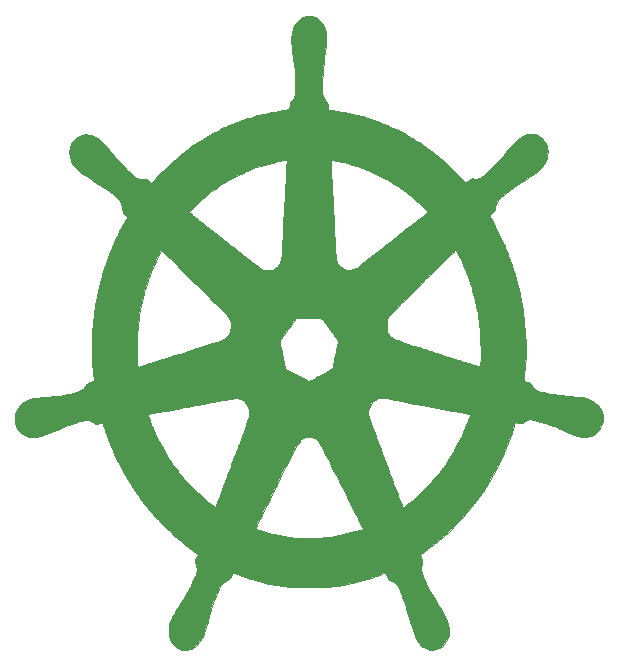
<source format=gbr>
G04 #@! TF.GenerationSoftware,KiCad,Pcbnew,(5.1.2)-1*
G04 #@! TF.CreationDate,2019-07-13T16:48:34+09:00*
G04 #@! TF.ProjectId,k8s_logo_v2,6b38735f-6c6f-4676-9f5f-76322e6b6963,rev?*
G04 #@! TF.SameCoordinates,Original*
G04 #@! TF.FileFunction,Legend,Top*
G04 #@! TF.FilePolarity,Positive*
%FSLAX46Y46*%
G04 Gerber Fmt 4.6, Leading zero omitted, Abs format (unit mm)*
G04 Created by KiCad (PCBNEW (5.1.2)-1) date 2019-07-13 16:48:34*
%MOMM*%
%LPD*%
G04 APERTURE LIST*
%ADD10C,0.010000*%
G04 APERTURE END LIST*
D10*
G36*
X150760593Y-71464564D02*
G01*
X150896613Y-71487883D01*
X151043222Y-71537067D01*
X151193500Y-71601521D01*
X151375083Y-71715878D01*
X151560933Y-71888661D01*
X151730237Y-72097426D01*
X151862184Y-72319730D01*
X151864995Y-72325628D01*
X151963872Y-72564548D01*
X152029747Y-72803610D01*
X152065943Y-73064542D01*
X152075784Y-73369072D01*
X152067406Y-73648749D01*
X152053286Y-73885683D01*
X152034845Y-74121357D01*
X152014568Y-74327132D01*
X151996606Y-74464333D01*
X151924778Y-74944217D01*
X151861282Y-75437752D01*
X151807293Y-75930699D01*
X151763990Y-76408820D01*
X151732552Y-76857875D01*
X151714155Y-77263626D01*
X151709978Y-77611833D01*
X151717559Y-77837688D01*
X151741288Y-78058486D01*
X151789100Y-78236099D01*
X151873377Y-78398736D01*
X152006505Y-78574607D01*
X152076522Y-78655333D01*
X152146229Y-78741262D01*
X152185868Y-78821134D01*
X152203883Y-78923753D01*
X152208715Y-79077925D01*
X152208823Y-79106695D01*
X152209500Y-79409891D01*
X152368250Y-79436175D01*
X152491124Y-79454982D01*
X152661395Y-79479140D01*
X152842454Y-79503458D01*
X152844500Y-79503724D01*
X153591265Y-79618150D01*
X154309534Y-79765713D01*
X154601333Y-79836416D01*
X154763292Y-79875854D01*
X154928533Y-79914095D01*
X154940000Y-79916647D01*
X155036647Y-79942697D01*
X155195159Y-79990449D01*
X155397495Y-80053989D01*
X155625613Y-80127404D01*
X155861473Y-80204780D01*
X156087034Y-80280203D01*
X156284254Y-80347759D01*
X156435092Y-80401535D01*
X156516916Y-80433545D01*
X156636970Y-80484258D01*
X156707416Y-80512335D01*
X156820682Y-80557058D01*
X156919083Y-80597002D01*
X157041053Y-80646806D01*
X157130750Y-80682896D01*
X157285374Y-80748742D01*
X157496817Y-80844986D01*
X157746737Y-80963044D01*
X158016795Y-81094331D01*
X158136166Y-81153523D01*
X158337355Y-81254570D01*
X158498767Y-81337805D01*
X158649579Y-81418867D01*
X158818964Y-81513391D01*
X159004000Y-81618666D01*
X159145387Y-81699250D01*
X159292931Y-81783051D01*
X159306801Y-81790909D01*
X159407836Y-81851119D01*
X159550238Y-81939877D01*
X159719217Y-82047519D01*
X159899980Y-82164381D01*
X160077737Y-82280799D01*
X160237695Y-82387108D01*
X160365063Y-82473643D01*
X160445049Y-82530741D01*
X160464500Y-82547311D01*
X160508615Y-82585156D01*
X160601437Y-82653270D01*
X160697333Y-82719534D01*
X160830355Y-82811734D01*
X160975284Y-82915986D01*
X161111153Y-83016767D01*
X161216998Y-83098555D01*
X161268833Y-83142666D01*
X161310782Y-83178205D01*
X161399154Y-83249864D01*
X161501666Y-83331674D01*
X161623840Y-83430803D01*
X161725934Y-83517601D01*
X161776833Y-83564511D01*
X161839237Y-83622524D01*
X161945451Y-83715767D01*
X162074063Y-83825486D01*
X162092728Y-83841170D01*
X162215658Y-83949852D01*
X162383028Y-84105663D01*
X162581632Y-84295549D01*
X162798264Y-84506453D01*
X163019721Y-84725321D01*
X163232796Y-84939098D01*
X163424284Y-85134728D01*
X163580980Y-85299157D01*
X163689678Y-85419328D01*
X163693160Y-85423405D01*
X163793837Y-85530983D01*
X163868366Y-85571571D01*
X163938268Y-85548149D01*
X164020500Y-85468762D01*
X164065175Y-85431251D01*
X164152025Y-85365050D01*
X164189833Y-85337196D01*
X164279780Y-85278797D01*
X164365116Y-85249030D01*
X164476404Y-85241690D01*
X164623815Y-85249120D01*
X164804924Y-85250968D01*
X164970105Y-85224775D01*
X165131790Y-85163664D01*
X165302409Y-85060761D01*
X165494393Y-84909191D01*
X165720173Y-84702077D01*
X165859615Y-84565624D01*
X166045480Y-84379147D01*
X166231180Y-84189682D01*
X166398668Y-84015848D01*
X166529893Y-83876269D01*
X166563223Y-83839721D01*
X166701167Y-83686582D01*
X166843897Y-83528119D01*
X166961089Y-83397996D01*
X166963588Y-83395221D01*
X167090372Y-83250105D01*
X167228917Y-83085176D01*
X167302254Y-82994868D01*
X167501580Y-82753812D01*
X167712652Y-82514296D01*
X167924321Y-82287640D01*
X168125435Y-82085167D01*
X168304844Y-81918196D01*
X168451397Y-81798051D01*
X168532550Y-81745734D01*
X168623824Y-81695923D01*
X168676112Y-81662002D01*
X168677166Y-81660999D01*
X168727782Y-81628925D01*
X168804166Y-81590338D01*
X169132573Y-81480199D01*
X169461027Y-81450120D01*
X169778704Y-81496196D01*
X170074781Y-81614520D01*
X170338431Y-81801188D01*
X170558832Y-82052293D01*
X170683546Y-82268439D01*
X170804364Y-82615079D01*
X170841083Y-82970249D01*
X170810791Y-83259350D01*
X170767156Y-83479829D01*
X170733986Y-83629359D01*
X170707678Y-83720481D01*
X170684630Y-83765733D01*
X170661898Y-83777666D01*
X170631499Y-83813166D01*
X170624500Y-83862333D01*
X170607954Y-83931141D01*
X170585019Y-83947000D01*
X170541957Y-83981921D01*
X170518850Y-84031087D01*
X170467873Y-84117386D01*
X170364858Y-84240734D01*
X170224802Y-84386463D01*
X170062703Y-84539904D01*
X169893558Y-84686390D01*
X169732365Y-84811251D01*
X169693166Y-84838663D01*
X169547742Y-84935558D01*
X169355420Y-85060833D01*
X169141277Y-85198281D01*
X168931166Y-85331203D01*
X168748911Y-85446090D01*
X168591191Y-85546603D01*
X168472629Y-85623342D01*
X168407848Y-85666910D01*
X168402000Y-85671327D01*
X168342055Y-85715970D01*
X168244350Y-85784732D01*
X168211500Y-85807303D01*
X168076078Y-85901993D01*
X167905483Y-86024466D01*
X167717915Y-86161292D01*
X167531574Y-86299043D01*
X167364660Y-86424288D01*
X167235373Y-86523597D01*
X167175608Y-86571666D01*
X166902785Y-86811764D01*
X166696258Y-87019912D01*
X166548945Y-87206403D01*
X166453766Y-87381527D01*
X166403640Y-87555578D01*
X166391166Y-87711792D01*
X166386956Y-87820424D01*
X166366322Y-87905165D01*
X166317261Y-87989520D01*
X166227768Y-88096992D01*
X166152275Y-88179538D01*
X166051833Y-88286312D01*
X165985852Y-88364685D01*
X165954963Y-88432344D01*
X165959801Y-88506978D01*
X166000998Y-88606276D01*
X166079187Y-88747927D01*
X166178813Y-88921166D01*
X166253199Y-89057307D01*
X166355555Y-89252511D01*
X166477230Y-89489508D01*
X166609570Y-89751025D01*
X166743922Y-90019793D01*
X166871633Y-90278538D01*
X166984050Y-90509989D01*
X167072520Y-90696875D01*
X167112010Y-90783833D01*
X167178240Y-90934197D01*
X167244234Y-91084310D01*
X167253515Y-91105455D01*
X167371161Y-91389781D01*
X167502592Y-91734984D01*
X167642004Y-92123376D01*
X167783596Y-92537268D01*
X167921564Y-92958975D01*
X168050105Y-93370807D01*
X168163416Y-93755078D01*
X168255695Y-94094100D01*
X168314648Y-94339833D01*
X168343506Y-94467906D01*
X168378109Y-94615812D01*
X168382981Y-94636166D01*
X168566766Y-95500015D01*
X168716658Y-96412446D01*
X168831680Y-97356618D01*
X168910857Y-98315689D01*
X168953210Y-99272818D01*
X168957763Y-100211162D01*
X168923539Y-101113881D01*
X168849562Y-101964132D01*
X168821287Y-102192806D01*
X168796029Y-102383446D01*
X169001181Y-102442445D01*
X169200202Y-102507281D01*
X169337275Y-102574856D01*
X169434318Y-102659506D01*
X169513253Y-102775567D01*
X169514831Y-102778367D01*
X169605967Y-102912538D01*
X169712945Y-103033374D01*
X169739184Y-103057104D01*
X169853954Y-103126520D01*
X170034070Y-103202764D01*
X170261215Y-103279660D01*
X170517073Y-103351032D01*
X170783327Y-103410703D01*
X170793833Y-103412739D01*
X171059224Y-103463725D01*
X171265996Y-103502390D01*
X171435283Y-103531670D01*
X171588219Y-103554498D01*
X171745939Y-103573808D01*
X171929576Y-103592534D01*
X172160264Y-103613609D01*
X172381333Y-103633115D01*
X172636468Y-103655607D01*
X172914312Y-103680161D01*
X173174318Y-103703191D01*
X173312666Y-103715477D01*
X173743300Y-103768726D01*
X174105988Y-103848639D01*
X174414754Y-103960685D01*
X174683624Y-104110336D01*
X174926623Y-104303063D01*
X175000253Y-104373770D01*
X175234207Y-104664062D01*
X175392892Y-104986688D01*
X175474945Y-105332676D01*
X175479006Y-105693057D01*
X175403714Y-106058860D01*
X175296619Y-106326723D01*
X175218172Y-106459009D01*
X175114547Y-106595986D01*
X175002816Y-106719040D01*
X174900049Y-106809557D01*
X174823315Y-106848924D01*
X174817344Y-106849333D01*
X174774683Y-106873288D01*
X174773166Y-106881680D01*
X174735659Y-106920887D01*
X174637499Y-106971786D01*
X174500229Y-107025767D01*
X174345392Y-107074216D01*
X174214973Y-107104823D01*
X173978290Y-107122191D01*
X173693461Y-107099364D01*
X173384552Y-107040348D01*
X173075631Y-106949147D01*
X172921083Y-106889534D01*
X172800397Y-106840018D01*
X172730583Y-106812362D01*
X172634496Y-106772693D01*
X172502884Y-106715618D01*
X172444833Y-106689767D01*
X172294282Y-106622785D01*
X172146812Y-106558223D01*
X172106166Y-106540705D01*
X171976471Y-106484333D01*
X171819661Y-106415063D01*
X171752484Y-106385057D01*
X171405903Y-106238714D01*
X171018099Y-106090112D01*
X170626682Y-105952993D01*
X170269264Y-105841098D01*
X170243500Y-105833714D01*
X169940298Y-105749519D01*
X169704603Y-105689654D01*
X169523451Y-105652118D01*
X169383879Y-105634913D01*
X169272924Y-105636041D01*
X169177623Y-105653503D01*
X169142807Y-105664008D01*
X169038389Y-105706087D01*
X168978819Y-105744855D01*
X168973500Y-105755442D01*
X168940867Y-105789772D01*
X168929396Y-105791000D01*
X168868434Y-105817444D01*
X168798666Y-105871704D01*
X168710463Y-105939310D01*
X168616179Y-105969954D01*
X168490046Y-105967405D01*
X168330110Y-105940274D01*
X168088887Y-105891858D01*
X167916236Y-106423512D01*
X167848639Y-106629525D01*
X167787451Y-106812091D01*
X167738855Y-106953025D01*
X167709035Y-107034142D01*
X167706648Y-107039833D01*
X167665669Y-107142742D01*
X167626484Y-107251500D01*
X167490111Y-107622141D01*
X167316664Y-108046541D01*
X167114631Y-108507094D01*
X166892498Y-108986196D01*
X166658754Y-109466241D01*
X166421884Y-109929624D01*
X166190376Y-110358742D01*
X165972717Y-110735988D01*
X165855429Y-110925236D01*
X165769390Y-111064317D01*
X165704881Y-111177728D01*
X165673048Y-111245587D01*
X165671500Y-111253320D01*
X165639245Y-111293151D01*
X165629166Y-111294333D01*
X165588666Y-111327031D01*
X165586833Y-111340423D01*
X165564311Y-111386715D01*
X165503802Y-111486533D01*
X165415889Y-111624054D01*
X165311153Y-111783456D01*
X165200179Y-111948915D01*
X165093548Y-112104608D01*
X165001845Y-112234713D01*
X164935650Y-112323406D01*
X164909817Y-112352666D01*
X164871735Y-112398137D01*
X164807236Y-112486435D01*
X164782500Y-112522000D01*
X164713326Y-112618760D01*
X164662954Y-112682182D01*
X164653735Y-112691333D01*
X164615558Y-112735263D01*
X164546693Y-112825188D01*
X164494077Y-112897206D01*
X164344858Y-113093236D01*
X164148690Y-113333418D01*
X163918967Y-113602516D01*
X163669084Y-113885292D01*
X163412435Y-114166510D01*
X163162415Y-114430934D01*
X163002344Y-114594054D01*
X162534144Y-115050297D01*
X162073921Y-115475241D01*
X161631970Y-115859958D01*
X161218585Y-116195519D01*
X160844061Y-116472996D01*
X160803166Y-116501315D01*
X160706427Y-116570347D01*
X160643003Y-116620381D01*
X160633833Y-116629471D01*
X160590693Y-116664031D01*
X160495544Y-116731742D01*
X160367169Y-116819313D01*
X160337500Y-116839147D01*
X160205051Y-116927775D01*
X160102061Y-116997443D01*
X160047043Y-117035609D01*
X160043216Y-117038531D01*
X160046782Y-117083236D01*
X160073808Y-117186452D01*
X160118679Y-117327173D01*
X160126236Y-117349163D01*
X160177888Y-117503416D01*
X160203150Y-117610882D01*
X160203757Y-117704633D01*
X160181442Y-117817741D01*
X160155936Y-117915550D01*
X160116764Y-118078115D01*
X160094728Y-118223389D01*
X160092813Y-118364022D01*
X160114005Y-118512662D01*
X160161290Y-118681958D01*
X160237653Y-118884557D01*
X160346081Y-119133109D01*
X160489560Y-119440262D01*
X160541611Y-119549333D01*
X160621043Y-119705887D01*
X160732617Y-119912898D01*
X160867985Y-120156046D01*
X161018794Y-120421011D01*
X161176696Y-120693472D01*
X161333340Y-120959108D01*
X161480376Y-121203601D01*
X161609454Y-121412628D01*
X161712223Y-121571869D01*
X161764740Y-121646989D01*
X161813674Y-121720542D01*
X161884426Y-121841107D01*
X161982924Y-122019065D01*
X162078939Y-122197126D01*
X162263028Y-122602749D01*
X162384225Y-123007991D01*
X162442593Y-123403303D01*
X162438194Y-123779135D01*
X162371093Y-124125939D01*
X162241354Y-124434164D01*
X162062455Y-124680066D01*
X161839169Y-124891536D01*
X161620129Y-125032390D01*
X161383702Y-125112627D01*
X161108252Y-125142244D01*
X161060889Y-125142946D01*
X160889805Y-125134674D01*
X160726189Y-125112114D01*
X160644834Y-125092148D01*
X160487542Y-125023414D01*
X160312224Y-124920345D01*
X160143447Y-124800267D01*
X160005779Y-124680506D01*
X159928646Y-124587080D01*
X159871594Y-124502205D01*
X159830186Y-124460797D01*
X159826706Y-124460000D01*
X159785589Y-124421648D01*
X159724780Y-124315140D01*
X159649310Y-124153294D01*
X159564210Y-123948931D01*
X159474511Y-123714870D01*
X159385244Y-123463931D01*
X159301442Y-123208933D01*
X159228135Y-122962696D01*
X159203658Y-122872500D01*
X159143969Y-122647857D01*
X159081787Y-122417838D01*
X159027989Y-122222625D01*
X159020285Y-122195166D01*
X158988501Y-122089106D01*
X158937656Y-121927178D01*
X158872971Y-121725278D01*
X158799668Y-121499305D01*
X158722967Y-121265155D01*
X158648092Y-121038725D01*
X158580263Y-120835913D01*
X158524701Y-120672615D01*
X158486629Y-120564729D01*
X158474519Y-120533583D01*
X158423736Y-120413475D01*
X158395529Y-120343083D01*
X158354244Y-120243826D01*
X158288602Y-120093590D01*
X158210024Y-119918132D01*
X158129928Y-119743212D01*
X158122060Y-119726279D01*
X158015960Y-119571415D01*
X157843111Y-119427170D01*
X157597761Y-119287626D01*
X157447795Y-119208364D01*
X157349232Y-119134855D01*
X157275109Y-119040796D01*
X157198464Y-118899886D01*
X157196723Y-118896416D01*
X157130709Y-118765798D01*
X157080992Y-118669490D01*
X157058218Y-118628109D01*
X157058149Y-118628027D01*
X157017269Y-118635931D01*
X156926036Y-118669016D01*
X156883249Y-118686537D01*
X156601816Y-118798037D01*
X156267413Y-118919105D01*
X155901235Y-119043026D01*
X155524479Y-119163086D01*
X155158342Y-119272570D01*
X154824019Y-119364763D01*
X154542706Y-119432951D01*
X154495500Y-119442947D01*
X154350358Y-119473733D01*
X154193395Y-119508371D01*
X154178000Y-119511858D01*
X153555879Y-119633743D01*
X152874329Y-119732319D01*
X152155789Y-119805867D01*
X151422699Y-119852665D01*
X150697498Y-119870992D01*
X150002625Y-119859129D01*
X149787605Y-119848517D01*
X149066339Y-119797146D01*
X148400945Y-119730389D01*
X147798691Y-119649205D01*
X147266845Y-119554552D01*
X146875500Y-119464208D01*
X146757117Y-119434429D01*
X146593108Y-119394642D01*
X146431000Y-119356284D01*
X146263800Y-119314041D01*
X146058748Y-119257488D01*
X145837483Y-119193138D01*
X145621645Y-119127503D01*
X145432875Y-119067094D01*
X145292812Y-119018425D01*
X145245666Y-118999589D01*
X145150673Y-118962681D01*
X145022137Y-118918322D01*
X144991666Y-118908489D01*
X144875888Y-118867014D01*
X144794623Y-118829465D01*
X144782116Y-118821024D01*
X144704633Y-118789020D01*
X144684821Y-118787333D01*
X144614074Y-118769874D01*
X144502761Y-118725887D01*
X144452503Y-118702666D01*
X144332096Y-118651475D01*
X144235368Y-118622318D01*
X144211131Y-118619633D01*
X144157903Y-118658230D01*
X144087099Y-118762308D01*
X144018000Y-118897138D01*
X143945210Y-119045820D01*
X143879100Y-119141992D01*
X143794517Y-119211596D01*
X143666304Y-119280575D01*
X143628509Y-119298836D01*
X143449104Y-119393083D01*
X143307646Y-119491957D01*
X143190757Y-119611340D01*
X143085059Y-119767117D01*
X142977175Y-119975172D01*
X142882742Y-120184333D01*
X142803720Y-120376339D01*
X142709052Y-120622761D01*
X142606972Y-120900461D01*
X142505714Y-121186300D01*
X142413513Y-121457142D01*
X142338604Y-121689850D01*
X142298911Y-121824750D01*
X142257970Y-121971356D01*
X142221220Y-122099916D01*
X142182638Y-122234433D01*
X142141244Y-122382610D01*
X142091743Y-122563732D01*
X142028842Y-122797082D01*
X141987630Y-122950889D01*
X141912905Y-123220145D01*
X141843913Y-123442929D01*
X141768905Y-123655612D01*
X141712078Y-123803833D01*
X141531840Y-124190137D01*
X141317312Y-124524060D01*
X141076035Y-124796161D01*
X140815547Y-124997001D01*
X140715587Y-125051468D01*
X140514926Y-125120573D01*
X140275191Y-125161386D01*
X140029037Y-125171598D01*
X139809121Y-125148898D01*
X139713323Y-125122347D01*
X139430001Y-124974615D01*
X139177654Y-124760053D01*
X138971485Y-124495015D01*
X138826698Y-124195857D01*
X138812571Y-124153393D01*
X138780600Y-123993256D01*
X138762079Y-123777174D01*
X138757079Y-123532803D01*
X138765674Y-123287803D01*
X138787937Y-123069830D01*
X138809421Y-122957166D01*
X138851493Y-122833370D01*
X138926614Y-122656641D01*
X139024907Y-122447023D01*
X139136496Y-122224565D01*
X139251506Y-122009310D01*
X139360061Y-121821305D01*
X139402141Y-121754071D01*
X139579118Y-121477800D01*
X139732882Y-121232732D01*
X139858439Y-121027154D01*
X139950794Y-120869352D01*
X140004952Y-120767614D01*
X140017500Y-120733265D01*
X140046888Y-120693284D01*
X140054895Y-120692333D01*
X140097747Y-120657848D01*
X140116536Y-120618250D01*
X140152433Y-120537498D01*
X140214042Y-120422019D01*
X140241374Y-120374833D01*
X140343466Y-120195130D01*
X140462720Y-119973036D01*
X140588027Y-119730524D01*
X140708284Y-119489571D01*
X140812382Y-119272150D01*
X140889216Y-119100237D01*
X140904628Y-119062500D01*
X140962496Y-118922720D01*
X141013040Y-118812130D01*
X141041885Y-118760065D01*
X141085307Y-118650782D01*
X141105277Y-118482383D01*
X141101438Y-118277208D01*
X141073429Y-118057598D01*
X141054596Y-117967381D01*
X140979869Y-117650062D01*
X141091351Y-117371586D01*
X141146694Y-117227988D01*
X141186592Y-117114252D01*
X141202793Y-117053980D01*
X141202833Y-117052798D01*
X141170112Y-117011357D01*
X141083623Y-116938712D01*
X140960879Y-116849349D01*
X140938250Y-116833930D01*
X140809078Y-116743626D01*
X140710640Y-116668923D01*
X140661555Y-116624067D01*
X140659555Y-116620686D01*
X140610872Y-116588965D01*
X140585472Y-116586000D01*
X140531370Y-116567080D01*
X140525500Y-116552794D01*
X140492676Y-116511070D01*
X140412414Y-116452948D01*
X140400040Y-116445477D01*
X140297002Y-116379118D01*
X140221596Y-116321309D01*
X140220123Y-116319933D01*
X140167329Y-116274745D01*
X140062987Y-116188949D01*
X139921862Y-116074580D01*
X139758718Y-115943670D01*
X139747547Y-115934750D01*
X139562063Y-115784829D01*
X139377222Y-115632227D01*
X139215986Y-115496075D01*
X139112547Y-115405682D01*
X138985224Y-115287189D01*
X138814632Y-115123002D01*
X138614618Y-114926979D01*
X138573600Y-114886264D01*
X146094842Y-114886264D01*
X146161660Y-114920222D01*
X146296816Y-114970031D01*
X146486339Y-115031707D01*
X146716257Y-115101263D01*
X146972599Y-115174714D01*
X147241392Y-115248074D01*
X147508667Y-115317359D01*
X147760450Y-115378582D01*
X147982770Y-115427757D01*
X148018500Y-115435006D01*
X148492311Y-115521053D01*
X148964740Y-115591071D01*
X149410270Y-115641750D01*
X149803386Y-115669779D01*
X149838833Y-115671208D01*
X150042347Y-115675808D01*
X150291185Y-115676847D01*
X150570380Y-115674731D01*
X150864966Y-115669865D01*
X151159977Y-115662657D01*
X151440446Y-115653512D01*
X151691408Y-115642836D01*
X151897895Y-115631037D01*
X152044942Y-115618519D01*
X152103666Y-115609733D01*
X152260604Y-115583925D01*
X152417342Y-115571252D01*
X152431142Y-115571034D01*
X152579656Y-115560308D01*
X152742367Y-115535210D01*
X152769809Y-115529392D01*
X152916230Y-115498009D01*
X153095958Y-115461563D01*
X153204333Y-115440502D01*
X153533338Y-115373456D01*
X153849599Y-115298490D01*
X154186045Y-115207345D01*
X154484025Y-115119602D01*
X154685574Y-115059247D01*
X154864852Y-115006553D01*
X155002217Y-114967229D01*
X155077583Y-114947086D01*
X155151818Y-114914583D01*
X155172833Y-114884112D01*
X155154486Y-114831738D01*
X155104805Y-114721615D01*
X155031826Y-114570949D01*
X154961166Y-114431024D01*
X154875058Y-114259040D01*
X154805818Y-114112472D01*
X154761530Y-114008968D01*
X154749500Y-113968976D01*
X154721434Y-113921938D01*
X154707166Y-113919000D01*
X154672287Y-113883703D01*
X154664833Y-113837861D01*
X154650487Y-113763713D01*
X154633083Y-113742611D01*
X154609669Y-113703448D01*
X154551345Y-113594173D01*
X154460986Y-113420443D01*
X154341467Y-113187913D01*
X154195665Y-112902237D01*
X154026455Y-112569073D01*
X153836712Y-112194076D01*
X153629313Y-111782900D01*
X153407133Y-111341202D01*
X153173048Y-110874638D01*
X153057765Y-110644439D01*
X152768481Y-110066383D01*
X152514307Y-109559116D01*
X152292253Y-109117816D01*
X152099331Y-108737662D01*
X151932552Y-108413830D01*
X151788926Y-108141501D01*
X151665464Y-107915852D01*
X151559178Y-107732061D01*
X151467079Y-107585306D01*
X151386177Y-107470767D01*
X151313484Y-107383621D01*
X151246010Y-107319046D01*
X151180767Y-107272221D01*
X151114765Y-107238325D01*
X151045016Y-107212534D01*
X150968529Y-107190028D01*
X150905526Y-107172567D01*
X150727875Y-107126820D01*
X150595366Y-107108318D01*
X150473058Y-107116826D01*
X150326010Y-107152109D01*
X150270443Y-107168297D01*
X150199661Y-107189330D01*
X150135450Y-107210871D01*
X150075187Y-107237348D01*
X150016247Y-107273191D01*
X149956008Y-107322828D01*
X149891845Y-107390687D01*
X149821135Y-107481199D01*
X149741254Y-107598791D01*
X149649578Y-107747892D01*
X149543483Y-107932932D01*
X149420346Y-108158338D01*
X149277543Y-108428540D01*
X149112451Y-108747966D01*
X148922444Y-109121046D01*
X148704901Y-109552208D01*
X148457197Y-110045881D01*
X148176708Y-110606493D01*
X147869723Y-111220642D01*
X147577882Y-111805676D01*
X147306790Y-112351482D01*
X147058246Y-112854344D01*
X146834049Y-113310549D01*
X146635997Y-113716381D01*
X146465888Y-114068127D01*
X146325523Y-114362071D01*
X146216698Y-114594500D01*
X146141212Y-114761699D01*
X146100864Y-114859953D01*
X146094842Y-114886264D01*
X138573600Y-114886264D01*
X138399024Y-114712980D01*
X138181694Y-114494863D01*
X137976471Y-114286485D01*
X137797199Y-114101706D01*
X137657723Y-113954383D01*
X137604428Y-113895958D01*
X137341958Y-113597919D01*
X137107208Y-113323979D01*
X136908411Y-113084026D01*
X136753796Y-112887946D01*
X136672039Y-112776000D01*
X136579920Y-112651478D01*
X136485881Y-112537160D01*
X136472205Y-112522000D01*
X136418522Y-112453777D01*
X136327335Y-112327208D01*
X136207188Y-112154993D01*
X136066625Y-111949835D01*
X135914189Y-111724436D01*
X135758425Y-111491498D01*
X135607876Y-111263724D01*
X135471087Y-111053816D01*
X135356600Y-110874476D01*
X135276285Y-110744000D01*
X134969107Y-110209208D01*
X134667931Y-109648260D01*
X134384487Y-109084465D01*
X134130505Y-108541131D01*
X133923443Y-108055833D01*
X133856043Y-107888417D01*
X133796757Y-107741332D01*
X133755775Y-107639853D01*
X133748506Y-107621916D01*
X133683783Y-107461138D01*
X133640120Y-107348265D01*
X133605984Y-107253061D01*
X133591073Y-107209166D01*
X133549313Y-107088895D01*
X133515711Y-106997500D01*
X133489606Y-106924429D01*
X133443805Y-106790928D01*
X133385108Y-106616980D01*
X133329516Y-106450323D01*
X133262842Y-106262504D01*
X133198307Y-106103615D01*
X133143755Y-105991673D01*
X133110009Y-105946158D01*
X133024903Y-105930283D01*
X132881840Y-105958533D01*
X132826299Y-105975699D01*
X132692533Y-106015170D01*
X132604454Y-106024418D01*
X132528957Y-106004193D01*
X132485908Y-105983434D01*
X132380956Y-105921761D01*
X132306260Y-105866070D01*
X132128029Y-105754434D01*
X131895664Y-105701513D01*
X131616739Y-105708047D01*
X131318000Y-105769305D01*
X131158544Y-105814020D01*
X131012731Y-105854764D01*
X130937000Y-105875822D01*
X130815406Y-105910916D01*
X130686825Y-105951614D01*
X130531972Y-106004443D01*
X130331563Y-106075928D01*
X130141844Y-106144951D01*
X129928534Y-106223723D01*
X129758503Y-106289128D01*
X129600136Y-106354037D01*
X129421819Y-106431324D01*
X129243666Y-106510666D01*
X129158201Y-106548784D01*
X129073346Y-106586098D01*
X128970177Y-106630801D01*
X128829772Y-106691085D01*
X128633207Y-106775143D01*
X128598083Y-106790149D01*
X128326860Y-106904593D01*
X128114344Y-106988938D01*
X127942027Y-107047820D01*
X127791402Y-107085875D01*
X127643960Y-107107737D01*
X127481196Y-107118042D01*
X127284601Y-107121425D01*
X127275166Y-107121486D01*
X127063081Y-107121720D01*
X126913515Y-107116620D01*
X126804330Y-107102137D01*
X126713387Y-107074222D01*
X126618551Y-107028829D01*
X126543823Y-106987747D01*
X126230937Y-106770409D01*
X125990438Y-106509471D01*
X125823125Y-106206278D01*
X125729797Y-105862179D01*
X125708833Y-105579333D01*
X125745283Y-105236072D01*
X136980932Y-105236072D01*
X136982888Y-105267026D01*
X136993979Y-105307838D01*
X136995935Y-105315699D01*
X137025837Y-105416171D01*
X137051174Y-105473500D01*
X137080760Y-105538302D01*
X137120640Y-105648030D01*
X137132801Y-105685166D01*
X137164206Y-105781894D01*
X137195139Y-105870696D01*
X137231079Y-105964581D01*
X137277507Y-106076553D01*
X137339904Y-106219618D01*
X137423751Y-106406783D01*
X137534527Y-106651054D01*
X137605522Y-106807000D01*
X137699233Y-107014338D01*
X137781130Y-107198580D01*
X137844308Y-107343960D01*
X137881862Y-107434713D01*
X137888283Y-107452583D01*
X137924723Y-107515212D01*
X137948104Y-107526666D01*
X137978501Y-107562166D01*
X137985500Y-107611333D01*
X138003228Y-107680123D01*
X138027833Y-107696000D01*
X138068975Y-107724221D01*
X138070166Y-107732906D01*
X138092047Y-107790212D01*
X138152839Y-107906670D01*
X138245262Y-108070477D01*
X138362039Y-108269825D01*
X138495892Y-108492911D01*
X138639542Y-108727929D01*
X138785711Y-108963074D01*
X138927121Y-109186540D01*
X139056494Y-109386523D01*
X139166550Y-109551216D01*
X139250013Y-109668815D01*
X139299604Y-109727514D01*
X139300192Y-109728000D01*
X139335866Y-109769055D01*
X139409646Y-109861326D01*
X139508587Y-109988486D01*
X139562404Y-110058681D01*
X140207620Y-110841170D01*
X140928078Y-111597420D01*
X141716402Y-112319694D01*
X141730189Y-112331500D01*
X141855313Y-112439007D01*
X141958406Y-112528483D01*
X142019748Y-112582798D01*
X142024172Y-112586893D01*
X142087046Y-112637668D01*
X142186647Y-112710516D01*
X142218833Y-112733020D01*
X142315434Y-112801971D01*
X142378874Y-112851295D01*
X142388166Y-112860109D01*
X142457308Y-112921799D01*
X142549441Y-112983436D01*
X142636018Y-113028298D01*
X142688493Y-113039661D01*
X142691384Y-113037743D01*
X142717760Y-112987423D01*
X142764684Y-112877148D01*
X142823961Y-112726602D01*
X142853213Y-112649000D01*
X142917156Y-112478021D01*
X142973345Y-112329594D01*
X143012802Y-112227363D01*
X143021973Y-112204500D01*
X143059723Y-112106329D01*
X143104352Y-111981765D01*
X143107833Y-111971666D01*
X143152053Y-111847354D01*
X143190985Y-111744836D01*
X143193425Y-111738833D01*
X143221167Y-111667550D01*
X143272133Y-111533350D01*
X143340154Y-111352718D01*
X143419064Y-111142137D01*
X143502694Y-110918093D01*
X143584877Y-110697070D01*
X143659446Y-110495552D01*
X143708178Y-110363000D01*
X143776895Y-110177477D01*
X143834929Y-110027219D01*
X143899579Y-109867583D01*
X143909123Y-109844416D01*
X143936509Y-109773365D01*
X143986835Y-109638480D01*
X144054270Y-109455555D01*
X144132982Y-109240385D01*
X144186598Y-109093000D01*
X144269514Y-108865468D01*
X144344962Y-108660074D01*
X144407096Y-108492613D01*
X144450065Y-108378880D01*
X144464808Y-108341583D01*
X144515618Y-108220634D01*
X144544826Y-108151083D01*
X144575613Y-108072244D01*
X144626845Y-107935343D01*
X144690476Y-107762049D01*
X144737433Y-107632500D01*
X144821632Y-107401196D01*
X144913686Y-107152026D01*
X145005515Y-106906521D01*
X145089037Y-106686217D01*
X145156170Y-106512647D01*
X145182262Y-106447166D01*
X145310311Y-106122027D01*
X145404964Y-105856115D01*
X145470626Y-105632896D01*
X145511704Y-105435838D01*
X145532602Y-105248406D01*
X145537587Y-105113666D01*
X145536275Y-105029565D01*
X155613456Y-105029565D01*
X155625173Y-105211030D01*
X155672259Y-105424228D01*
X155757808Y-105686853D01*
X155796376Y-105791000D01*
X155866417Y-105977333D01*
X155939408Y-106173800D01*
X155985361Y-106299000D01*
X156057780Y-106495274D01*
X156118138Y-106651178D01*
X156181843Y-106806431D01*
X156186524Y-106817583D01*
X156214160Y-106888638D01*
X156264702Y-107023532D01*
X156332302Y-107206469D01*
X156411112Y-107421652D01*
X156464734Y-107569000D01*
X156547201Y-107795487D01*
X156621719Y-107998852D01*
X156682580Y-108163609D01*
X156724072Y-108274275D01*
X156737937Y-108309833D01*
X156775712Y-108408004D01*
X156820353Y-108532570D01*
X156823833Y-108542666D01*
X156892559Y-108736144D01*
X156955160Y-108894997D01*
X156985376Y-108966000D01*
X157015090Y-109040839D01*
X157067536Y-109179207D01*
X157136703Y-109364994D01*
X157216578Y-109582093D01*
X157269802Y-109728000D01*
X157364518Y-109988137D01*
X157436360Y-110184173D01*
X157491198Y-110331645D01*
X157534903Y-110446089D01*
X157573346Y-110543042D01*
X157612396Y-110638041D01*
X157625708Y-110669916D01*
X157652532Y-110738603D01*
X157703215Y-110872507D01*
X157772421Y-111057369D01*
X157854813Y-111278933D01*
X157945054Y-111522942D01*
X157946612Y-111527166D01*
X158036539Y-111770508D01*
X158118283Y-111990785D01*
X158186617Y-112173986D01*
X158236314Y-112306098D01*
X158262147Y-112373110D01*
X158262443Y-112373833D01*
X158295540Y-112457628D01*
X158346183Y-112589340D01*
X158392858Y-112712500D01*
X158464525Y-112898621D01*
X158515572Y-113016676D01*
X158553159Y-113078576D01*
X158584452Y-113096235D01*
X158615368Y-113082509D01*
X158671145Y-113040311D01*
X158774467Y-112961984D01*
X158905452Y-112862601D01*
X158940023Y-112836359D01*
X159074469Y-112733511D01*
X159185606Y-112647058D01*
X159253726Y-112592371D01*
X159261684Y-112585500D01*
X159315249Y-112538898D01*
X159413761Y-112454538D01*
X159537493Y-112349300D01*
X159558494Y-112331500D01*
X159685759Y-112218118D01*
X159857344Y-112057401D01*
X160059149Y-111863300D01*
X160277077Y-111649763D01*
X160497027Y-111430739D01*
X160704901Y-111220179D01*
X160886600Y-111032032D01*
X161028025Y-110880246D01*
X161049515Y-110856292D01*
X161161236Y-110726445D01*
X161300014Y-110559124D01*
X161441349Y-110384011D01*
X161486297Y-110327125D01*
X161601640Y-110180246D01*
X161701310Y-110053477D01*
X161770927Y-109965100D01*
X161791048Y-109939666D01*
X161847029Y-109865018D01*
X161923568Y-109758210D01*
X161944730Y-109728000D01*
X162013736Y-109631551D01*
X162062527Y-109568095D01*
X162071127Y-109558666D01*
X162111400Y-109507725D01*
X162182886Y-109404593D01*
X162274815Y-109266128D01*
X162376416Y-109109191D01*
X162476921Y-108950640D01*
X162565559Y-108807335D01*
X162631561Y-108696135D01*
X162664157Y-108633901D01*
X162665833Y-108627684D01*
X162694223Y-108586259D01*
X162703229Y-108585000D01*
X162746080Y-108550515D01*
X162764869Y-108510916D01*
X162799960Y-108432668D01*
X162862386Y-108315764D01*
X162902524Y-108246333D01*
X163100481Y-107893338D01*
X163314370Y-107475004D01*
X163536768Y-107007371D01*
X163760247Y-106506480D01*
X163977382Y-105988372D01*
X164146929Y-105558166D01*
X164186895Y-105455877D01*
X164228922Y-105350643D01*
X164253908Y-105256590D01*
X164245660Y-105199225D01*
X164244776Y-105198398D01*
X164191062Y-105178974D01*
X164073304Y-105150137D01*
X163910980Y-105116364D01*
X163787666Y-105093326D01*
X163497828Y-105041396D01*
X163269919Y-105000252D01*
X163082492Y-104965968D01*
X162914098Y-104934619D01*
X162743288Y-104902277D01*
X162729333Y-104899616D01*
X162276986Y-104813967D01*
X161884034Y-104740959D01*
X161829750Y-104731006D01*
X161644926Y-104697182D01*
X161447182Y-104660993D01*
X161385250Y-104649659D01*
X161203999Y-104616143D01*
X161012930Y-104580307D01*
X160951333Y-104568616D01*
X160783967Y-104537617D01*
X160589588Y-104502900D01*
X160485666Y-104484881D01*
X160367170Y-104464190D01*
X160222714Y-104438028D01*
X160042802Y-104404601D01*
X159817938Y-104362116D01*
X159538627Y-104308778D01*
X159195374Y-104242792D01*
X158778683Y-104162365D01*
X158771166Y-104160912D01*
X158537287Y-104115950D01*
X158310829Y-104072843D01*
X158116132Y-104036197D01*
X157977540Y-104010620D01*
X157966833Y-104008692D01*
X157784862Y-103975523D01*
X157594375Y-103940009D01*
X157522333Y-103926311D01*
X157176288Y-103864308D01*
X156898374Y-103827055D01*
X156675249Y-103816263D01*
X156493572Y-103833641D01*
X156340002Y-103880901D01*
X156201197Y-103959752D01*
X156063817Y-104071906D01*
X156013124Y-104119807D01*
X155832276Y-104349930D01*
X155696279Y-104640346D01*
X155634014Y-104862138D01*
X155613456Y-105029565D01*
X145536275Y-105029565D01*
X145534318Y-104904258D01*
X145515711Y-104749071D01*
X145477149Y-104618345D01*
X145451402Y-104558151D01*
X145301217Y-104309381D01*
X145104357Y-104096295D01*
X144882648Y-103941916D01*
X144853681Y-103927614D01*
X144737407Y-103879456D01*
X144628147Y-103854550D01*
X144495284Y-103848952D01*
X144315172Y-103858218D01*
X144118928Y-103875778D01*
X143923858Y-103899123D01*
X143770521Y-103923367D01*
X143764000Y-103924650D01*
X143590430Y-103958370D01*
X143396738Y-103994651D01*
X143319500Y-104008692D01*
X143188521Y-104032798D01*
X142998783Y-104068508D01*
X142774623Y-104111208D01*
X142540381Y-104156285D01*
X142515166Y-104161166D01*
X142282614Y-104205983D01*
X142058758Y-104248706D01*
X141867456Y-104284808D01*
X141732565Y-104309764D01*
X141721416Y-104311775D01*
X141544096Y-104344157D01*
X141345459Y-104381220D01*
X141255750Y-104398248D01*
X141141038Y-104420104D01*
X141032426Y-104440502D01*
X140911119Y-104462892D01*
X140758321Y-104490722D01*
X140555236Y-104527442D01*
X140356166Y-104563333D01*
X140170127Y-104597222D01*
X139979986Y-104632433D01*
X139869333Y-104653282D01*
X139688704Y-104687429D01*
X139496849Y-104723261D01*
X139446000Y-104732666D01*
X138992084Y-104817196D01*
X138578166Y-104895433D01*
X138448715Y-104919756D01*
X138259585Y-104954927D01*
X138034383Y-104996570D01*
X137796716Y-105040313D01*
X137752666Y-105048396D01*
X137477949Y-105098568D01*
X137275756Y-105136207D01*
X137135523Y-105165044D01*
X137046685Y-105188813D01*
X136998676Y-105211245D01*
X136980932Y-105236072D01*
X125745283Y-105236072D01*
X125748591Y-105204926D01*
X125864616Y-104861511D01*
X126052035Y-104555896D01*
X126305976Y-104294891D01*
X126621565Y-104085308D01*
X126851833Y-103981988D01*
X126982010Y-103934039D01*
X127099046Y-103895122D01*
X127215420Y-103863233D01*
X127343611Y-103836371D01*
X127496097Y-103812532D01*
X127685357Y-103789715D01*
X127923870Y-103765915D01*
X128224114Y-103739132D01*
X128524000Y-103713633D01*
X129044621Y-103666631D01*
X129490999Y-103619173D01*
X129873550Y-103569817D01*
X130202689Y-103517122D01*
X130488834Y-103459646D01*
X130661833Y-103417705D01*
X130953102Y-103337504D01*
X131175453Y-103263497D01*
X131343309Y-103186945D01*
X131471091Y-103099107D01*
X131573222Y-102991245D01*
X131664122Y-102854618D01*
X131701978Y-102787368D01*
X131766110Y-102679616D01*
X131831255Y-102608324D01*
X131922245Y-102555108D01*
X132063913Y-102501582D01*
X132108096Y-102486685D01*
X132404424Y-102387722D01*
X132377388Y-102089111D01*
X132357306Y-101889432D01*
X132331062Y-101657449D01*
X132305425Y-101451833D01*
X132292268Y-101303816D01*
X132281408Y-101084173D01*
X132272837Y-100805914D01*
X132266545Y-100482050D01*
X132262523Y-100125588D01*
X132261847Y-99981221D01*
X136045115Y-99981221D01*
X136048574Y-100299229D01*
X136056602Y-100582855D01*
X136069225Y-100822240D01*
X136086469Y-101007523D01*
X136108359Y-101128846D01*
X136134920Y-101176348D01*
X136137449Y-101176666D01*
X136194593Y-101164603D01*
X136314751Y-101131761D01*
X136480300Y-101083164D01*
X136672649Y-101024137D01*
X136870691Y-100961619D01*
X137045238Y-100905532D01*
X137176870Y-100862181D01*
X137244666Y-100838463D01*
X137337276Y-100807165D01*
X137468898Y-100768082D01*
X137519833Y-100754032D01*
X137651870Y-100714610D01*
X137758090Y-100676271D01*
X137783842Y-100664540D01*
X137879461Y-100631548D01*
X137922000Y-100626333D01*
X138014338Y-100607302D01*
X138060157Y-100588034D01*
X138130352Y-100560421D01*
X138281056Y-100508701D01*
X138511673Y-100433065D01*
X138821606Y-100333703D01*
X139210260Y-100210808D01*
X139677039Y-100064570D01*
X140186833Y-99905895D01*
X140400421Y-99839135D01*
X140590410Y-99778915D01*
X140739402Y-99730813D01*
X140829994Y-99700402D01*
X140843000Y-99695633D01*
X140917914Y-99669626D01*
X141052248Y-99625741D01*
X141224480Y-99570939D01*
X141351000Y-99531379D01*
X141770860Y-99399678D01*
X142162102Y-99274294D01*
X142516130Y-99158134D01*
X142761732Y-99075239D01*
X148156126Y-99075239D01*
X148172824Y-99243018D01*
X148205047Y-99438661D01*
X148223073Y-99525666D01*
X148258105Y-99690476D01*
X148295091Y-99872915D01*
X148305815Y-99927833D01*
X148344626Y-100124052D01*
X148390367Y-100347034D01*
X148439424Y-100580110D01*
X148488186Y-100806609D01*
X148533040Y-101009864D01*
X148570371Y-101173205D01*
X148596568Y-101279962D01*
X148605269Y-101309472D01*
X148651159Y-101354431D01*
X148758419Y-101427779D01*
X148912491Y-101520441D01*
X149098818Y-101623342D01*
X149161500Y-101656237D01*
X149406146Y-101783349D01*
X149673799Y-101922932D01*
X149930970Y-102057493D01*
X150132000Y-102163125D01*
X150298578Y-102252184D01*
X150423119Y-102314591D01*
X150523069Y-102349041D01*
X150615875Y-102354231D01*
X150718985Y-102328856D01*
X150849846Y-102271613D01*
X151025905Y-102181197D01*
X151214666Y-102082205D01*
X151408674Y-101981249D01*
X151596260Y-101883620D01*
X151751991Y-101802555D01*
X151828500Y-101762717D01*
X151941867Y-101701242D01*
X152020631Y-101654016D01*
X152040166Y-101639189D01*
X152086673Y-101610173D01*
X152188236Y-101557485D01*
X152322701Y-101492609D01*
X152491286Y-101400957D01*
X152585934Y-101319426D01*
X152603593Y-101284085D01*
X152629486Y-101165566D01*
X152666988Y-100988446D01*
X152713185Y-100767012D01*
X152765160Y-100515554D01*
X152820000Y-100248360D01*
X152874789Y-99979718D01*
X152926612Y-99723917D01*
X152972554Y-99495245D01*
X153009700Y-99307991D01*
X153035135Y-99176444D01*
X153045615Y-99117417D01*
X153045981Y-99042031D01*
X153020211Y-98957023D01*
X152960266Y-98845260D01*
X152858108Y-98689614D01*
X152817176Y-98630583D01*
X152707388Y-98474434D01*
X152611416Y-98339682D01*
X152542359Y-98244628D01*
X152518544Y-98213333D01*
X152471030Y-98150681D01*
X152389634Y-98039574D01*
X152289423Y-97900639D01*
X152255719Y-97853500D01*
X152155326Y-97713512D01*
X152118674Y-97663000D01*
X157183870Y-97663000D01*
X157186224Y-97859789D01*
X157196997Y-97998542D01*
X157221400Y-98105825D01*
X157264646Y-98208208D01*
X157306078Y-98286069D01*
X157506783Y-98566910D01*
X157761020Y-98787283D01*
X157851465Y-98842977D01*
X157946206Y-98885472D01*
X158116965Y-98950011D01*
X158358511Y-99034832D01*
X158665610Y-99138172D01*
X159033031Y-99258267D01*
X159455541Y-99393356D01*
X159893000Y-99530796D01*
X160078589Y-99589270D01*
X160240787Y-99641477D01*
X160358084Y-99680435D01*
X160401000Y-99695707D01*
X160475156Y-99721257D01*
X160609554Y-99764643D01*
X160783385Y-99819227D01*
X160930166Y-99864455D01*
X161141751Y-99929714D01*
X161350945Y-99995256D01*
X161527692Y-100051618D01*
X161607500Y-100077702D01*
X161731499Y-100118002D01*
X161915186Y-100176526D01*
X162137336Y-100246565D01*
X162376725Y-100321408D01*
X162475333Y-100352050D01*
X162698977Y-100422391D01*
X162897885Y-100486782D01*
X163056168Y-100539940D01*
X163157941Y-100576583D01*
X163183842Y-100587661D01*
X163279289Y-100621018D01*
X163322000Y-100626333D01*
X163414373Y-100645330D01*
X163460157Y-100664540D01*
X163545229Y-100698712D01*
X163671987Y-100739347D01*
X163724166Y-100754032D01*
X163859323Y-100792522D01*
X163971699Y-100828058D01*
X163999333Y-100837999D01*
X164129754Y-100885166D01*
X164297334Y-100941324D01*
X164483628Y-101000852D01*
X164670186Y-101058128D01*
X164838563Y-101107532D01*
X164970310Y-101143442D01*
X165046981Y-101160237D01*
X165057666Y-101160490D01*
X165082300Y-101115710D01*
X165108536Y-101008297D01*
X165131264Y-100860018D01*
X165134168Y-100834557D01*
X165144129Y-100683963D01*
X165150074Y-100464210D01*
X165152290Y-100190697D01*
X165151065Y-99878822D01*
X165146684Y-99543984D01*
X165139435Y-99201581D01*
X165129605Y-98867013D01*
X165117480Y-98555677D01*
X165103347Y-98282973D01*
X165087492Y-98064298D01*
X165081408Y-98001666D01*
X165041665Y-97657531D01*
X164994746Y-97297249D01*
X164944265Y-96945970D01*
X164893835Y-96628843D01*
X164847232Y-96371833D01*
X164792685Y-96101461D01*
X164745767Y-95880474D01*
X164698853Y-95674977D01*
X164644319Y-95451073D01*
X164604398Y-95292333D01*
X164529231Y-95003159D01*
X164453560Y-94725558D01*
X164381528Y-94473628D01*
X164317275Y-94261467D01*
X164264943Y-94103175D01*
X164228673Y-94012850D01*
X164228398Y-94012324D01*
X164195125Y-93916837D01*
X164189833Y-93874166D01*
X164171136Y-93781483D01*
X164152439Y-93736008D01*
X164134073Y-93698990D01*
X164114300Y-93655633D01*
X164087635Y-93592536D01*
X164048590Y-93496298D01*
X163991682Y-93353519D01*
X163911423Y-93150799D01*
X163871054Y-93048666D01*
X163781868Y-92830760D01*
X163678418Y-92590626D01*
X163566450Y-92340272D01*
X163451710Y-92091704D01*
X163339943Y-91856928D01*
X163236895Y-91647950D01*
X163148313Y-91476777D01*
X163079942Y-91355416D01*
X163037527Y-91295871D01*
X163030289Y-91291833D01*
X162997572Y-91320771D01*
X162909740Y-91404255D01*
X162771875Y-91537292D01*
X162589057Y-91714887D01*
X162366365Y-91932047D01*
X162108881Y-92183779D01*
X161821684Y-92465087D01*
X161509856Y-92770979D01*
X161178477Y-93096461D01*
X160832627Y-93436538D01*
X160477386Y-93786217D01*
X160117835Y-94140504D01*
X159759055Y-94494405D01*
X159406125Y-94842927D01*
X159064127Y-95181075D01*
X158738141Y-95503856D01*
X158433246Y-95806276D01*
X158154524Y-96083341D01*
X158065815Y-96171685D01*
X157808460Y-96430876D01*
X157606413Y-96643533D01*
X157453051Y-96820853D01*
X157341752Y-96974037D01*
X157265893Y-97114281D01*
X157218853Y-97252785D01*
X157194008Y-97400746D01*
X157184735Y-97569364D01*
X157183870Y-97663000D01*
X152118674Y-97663000D01*
X152071587Y-97598107D01*
X152018269Y-97526209D01*
X152009349Y-97514833D01*
X151964333Y-97455181D01*
X151894628Y-97357919D01*
X151871080Y-97324333D01*
X151793873Y-97218299D01*
X151729105Y-97137127D01*
X151716500Y-97123250D01*
X151676479Y-97105809D01*
X151589321Y-97092277D01*
X151447660Y-97082310D01*
X151244127Y-97075561D01*
X150971355Y-97071687D01*
X150621977Y-97070342D01*
X150586406Y-97070333D01*
X149507598Y-97070333D01*
X149303791Y-97356083D01*
X149202059Y-97497324D01*
X149113827Y-97617329D01*
X149054759Y-97694861D01*
X149046204Y-97705333D01*
X148992441Y-97774755D01*
X148912069Y-97884915D01*
X148854712Y-97965969D01*
X148664597Y-98236442D01*
X148497762Y-98470461D01*
X148359620Y-98660626D01*
X148255578Y-98799536D01*
X148191049Y-98879790D01*
X148174866Y-98895912D01*
X148156343Y-98953484D01*
X148156126Y-99075239D01*
X142761732Y-99075239D01*
X142824348Y-99054105D01*
X143078161Y-98965112D01*
X143268973Y-98894064D01*
X143388190Y-98843865D01*
X143396822Y-98839611D01*
X143533259Y-98753813D01*
X143653768Y-98650779D01*
X143683210Y-98617762D01*
X143760181Y-98521487D01*
X143817772Y-98449634D01*
X143824548Y-98441213D01*
X143869321Y-98356820D01*
X143921056Y-98217364D01*
X143970713Y-98050924D01*
X144009251Y-97885579D01*
X144016567Y-97844827D01*
X144023075Y-97648697D01*
X143992476Y-97419088D01*
X143932086Y-97194600D01*
X143863684Y-97038219D01*
X143790258Y-96932903D01*
X143678725Y-96800744D01*
X143561105Y-96678244D01*
X143491044Y-96609820D01*
X143366509Y-96487648D01*
X143193297Y-96317444D01*
X142977207Y-96104921D01*
X142724037Y-95855793D01*
X142439585Y-95575775D01*
X142129649Y-95270579D01*
X141800029Y-94945921D01*
X141456521Y-94607515D01*
X141104924Y-94261074D01*
X140751037Y-93912312D01*
X140400658Y-93566944D01*
X140059584Y-93230683D01*
X139733615Y-92909244D01*
X139428547Y-92608340D01*
X139150181Y-92333687D01*
X138904313Y-92090997D01*
X138696743Y-91885985D01*
X138533268Y-91724365D01*
X138419686Y-91611850D01*
X138378452Y-91570842D01*
X138106526Y-91299518D01*
X137885750Y-91740175D01*
X137698983Y-92119163D01*
X137540614Y-92456467D01*
X137399538Y-92778112D01*
X137264648Y-93110124D01*
X137124841Y-93478525D01*
X137014707Y-93781459D01*
X136957471Y-93948472D01*
X136888578Y-94160723D01*
X136815191Y-94394870D01*
X136744473Y-94627572D01*
X136683586Y-94835489D01*
X136639693Y-94995279D01*
X136629004Y-95038333D01*
X136593390Y-95182500D01*
X136552502Y-95338767D01*
X136547865Y-95355833D01*
X136479481Y-95633389D01*
X136407274Y-95974609D01*
X136334906Y-96358819D01*
X136266039Y-96765347D01*
X136204335Y-97173520D01*
X136153454Y-97562667D01*
X136146691Y-97620666D01*
X136118882Y-97903282D01*
X136095463Y-98220533D01*
X136076460Y-98562558D01*
X136061898Y-98919500D01*
X136051803Y-99281497D01*
X136046200Y-99638691D01*
X136045115Y-99981221D01*
X132261847Y-99981221D01*
X132260761Y-99749540D01*
X132261251Y-99366915D01*
X132263982Y-98990722D01*
X132268947Y-98633971D01*
X132276135Y-98309672D01*
X132285537Y-98030835D01*
X132297144Y-97810469D01*
X132308110Y-97684166D01*
X132349717Y-97326555D01*
X132383687Y-97038748D01*
X132411883Y-96806416D01*
X132436168Y-96615232D01*
X132458405Y-96450866D01*
X132480457Y-96298990D01*
X132504187Y-96145276D01*
X132525526Y-96012000D01*
X132588722Y-95646626D01*
X132664313Y-95250466D01*
X132747326Y-94846938D01*
X132832793Y-94459464D01*
X132915744Y-94111464D01*
X132983683Y-93853000D01*
X133018099Y-93728800D01*
X133062856Y-93565661D01*
X133094148Y-93450833D01*
X133180501Y-93150200D01*
X133283142Y-92820115D01*
X133392567Y-92489414D01*
X133499271Y-92186935D01*
X133582498Y-91969166D01*
X133619651Y-91871023D01*
X133664002Y-91746484D01*
X133667500Y-91736333D01*
X133709226Y-91617666D01*
X133751371Y-91506260D01*
X133806846Y-91368678D01*
X133847333Y-91270666D01*
X133907157Y-91122387D01*
X133964526Y-90974333D01*
X134011493Y-90861907D01*
X134087200Y-90695350D01*
X134185663Y-90486635D01*
X134300899Y-90247735D01*
X134426925Y-89990625D01*
X134557757Y-89727277D01*
X134687412Y-89469665D01*
X134809908Y-89229764D01*
X134919261Y-89019546D01*
X135009488Y-88850985D01*
X135074606Y-88736054D01*
X135106833Y-88688333D01*
X135141513Y-88638954D01*
X135184676Y-88566471D01*
X135209772Y-88509966D01*
X135205394Y-88458186D01*
X135162102Y-88392177D01*
X135070461Y-88292986D01*
X135025926Y-88247640D01*
X134910364Y-88124384D01*
X134885222Y-88088963D01*
X140442535Y-88088963D01*
X140474963Y-88125773D01*
X140559150Y-88197651D01*
X140678109Y-88290245D01*
X140700999Y-88307333D01*
X140836956Y-88409268D01*
X140954135Y-88499010D01*
X141028787Y-88558351D01*
X141032320Y-88561333D01*
X141114971Y-88628731D01*
X141223638Y-88713894D01*
X141245508Y-88730666D01*
X141341566Y-88804641D01*
X141479643Y-88911792D01*
X141644601Y-89040280D01*
X141821304Y-89178268D01*
X141994613Y-89313920D01*
X142149391Y-89435398D01*
X142270500Y-89530864D01*
X142342804Y-89588482D01*
X142349834Y-89594223D01*
X142413419Y-89644851D01*
X142523893Y-89731131D01*
X142660937Y-89837221D01*
X142709667Y-89874753D01*
X142862006Y-89993083D01*
X143005002Y-90106133D01*
X143112860Y-90193466D01*
X143131315Y-90208887D01*
X143256581Y-90310810D01*
X143390293Y-90414202D01*
X143403444Y-90424000D01*
X143534092Y-90523431D01*
X143663376Y-90625619D01*
X143675722Y-90635666D01*
X143777154Y-90717975D01*
X143859450Y-90783753D01*
X143869260Y-90791443D01*
X143925320Y-90835307D01*
X144033421Y-90920024D01*
X144178999Y-91034174D01*
X144347488Y-91166341D01*
X144382244Y-91193610D01*
X144562380Y-91334655D01*
X144731192Y-91466310D01*
X144870967Y-91574794D01*
X144963993Y-91646327D01*
X144971031Y-91651666D01*
X145071119Y-91729156D01*
X145145707Y-91789966D01*
X145157120Y-91800052D01*
X145209704Y-91843234D01*
X145312172Y-91923549D01*
X145446791Y-92027172D01*
X145521950Y-92084419D01*
X145672026Y-92199699D01*
X145804550Y-92303970D01*
X145899095Y-92381057D01*
X145924117Y-92402851D01*
X146013896Y-92477351D01*
X146130169Y-92564613D01*
X146155833Y-92582757D01*
X146263298Y-92661292D01*
X146347055Y-92728682D01*
X146361333Y-92741749D01*
X146454153Y-92809018D01*
X146594453Y-92886831D01*
X146749476Y-92958714D01*
X146886461Y-93008194D01*
X146896666Y-93010955D01*
X147090019Y-93031261D01*
X147315775Y-93010016D01*
X147535735Y-92952390D01*
X147631903Y-92911400D01*
X147770963Y-92827310D01*
X147906059Y-92722073D01*
X148018284Y-92613281D01*
X148088733Y-92518524D01*
X148103166Y-92472933D01*
X148127433Y-92419369D01*
X148145500Y-92413666D01*
X148180236Y-92378322D01*
X148187833Y-92331498D01*
X148204588Y-92252293D01*
X148224586Y-92226615D01*
X148247980Y-92191275D01*
X148269005Y-92111219D01*
X148288395Y-91979370D01*
X148306881Y-91788649D01*
X148325196Y-91531978D01*
X148344074Y-91202281D01*
X148356829Y-90948844D01*
X148370679Y-90666829D01*
X148387879Y-90323435D01*
X148407248Y-89941828D01*
X148427605Y-89545175D01*
X148447770Y-89156641D01*
X148461239Y-88900000D01*
X148499285Y-88176603D01*
X148533131Y-87527648D01*
X148563291Y-86943045D01*
X148590279Y-86412699D01*
X148614610Y-85926518D01*
X148636797Y-85474410D01*
X148654270Y-85111166D01*
X148668385Y-84828510D01*
X148683304Y-84553247D01*
X148697891Y-84304719D01*
X148711012Y-84102267D01*
X148721452Y-83966123D01*
X148748297Y-83667746D01*
X148499815Y-83696959D01*
X148349174Y-83716692D01*
X148222742Y-83736769D01*
X148166666Y-83748325D01*
X148080243Y-83768610D01*
X147944418Y-83798132D01*
X147828000Y-83822391D01*
X147176626Y-83975781D01*
X146510348Y-84170000D01*
X145872381Y-84392111D01*
X145700750Y-84459127D01*
X145533194Y-84526235D01*
X145419987Y-84571271D01*
X145336954Y-84603822D01*
X145298583Y-84618650D01*
X145194422Y-84664084D01*
X145031947Y-84741299D01*
X144827417Y-84841984D01*
X144597092Y-84957830D01*
X144357232Y-85080529D01*
X144124096Y-85201771D01*
X143913945Y-85313247D01*
X143743037Y-85406648D01*
X143638423Y-85467042D01*
X143499236Y-85548848D01*
X143386828Y-85609842D01*
X143321397Y-85639195D01*
X143315173Y-85640333D01*
X143278243Y-85672674D01*
X143277166Y-85682666D01*
X143243503Y-85721562D01*
X143221649Y-85725000D01*
X143150544Y-85751705D01*
X143084065Y-85800838D01*
X143003865Y-85866249D01*
X142883619Y-85954937D01*
X142790333Y-86019777D01*
X142648914Y-86119216D01*
X142464104Y-86254464D01*
X142258596Y-86408397D01*
X142055081Y-86563895D01*
X141876251Y-86703836D01*
X141773449Y-86787062D01*
X141640124Y-86901987D01*
X141479204Y-87047493D01*
X141301094Y-87213402D01*
X141116200Y-87389534D01*
X140934926Y-87565711D01*
X140767678Y-87731755D01*
X140624861Y-87877488D01*
X140516880Y-87992731D01*
X140454142Y-88067305D01*
X140442535Y-88088963D01*
X134885222Y-88088963D01*
X134845003Y-88032302D01*
X134816269Y-87946877D01*
X134810500Y-87858602D01*
X134797737Y-87715872D01*
X134765277Y-87544996D01*
X134743076Y-87460659D01*
X134682756Y-87315211D01*
X134582797Y-87161126D01*
X134437214Y-86992511D01*
X134240022Y-86803473D01*
X133985237Y-86588118D01*
X133666874Y-86340551D01*
X133418786Y-86156479D01*
X133033122Y-85882719D01*
X132602265Y-85591187D01*
X132156639Y-85302194D01*
X131882920Y-85131136D01*
X131652376Y-84986650D01*
X131473216Y-84865767D01*
X131322914Y-84750787D01*
X131178946Y-84624011D01*
X131018785Y-84467742D01*
X130950696Y-84398684D01*
X130680883Y-84072381D01*
X130488454Y-83726510D01*
X130374733Y-83367335D01*
X130341045Y-83001120D01*
X130388714Y-82634130D01*
X130506625Y-82298912D01*
X130633379Y-82094990D01*
X130814397Y-81892103D01*
X131023205Y-81716771D01*
X131188084Y-81616325D01*
X131412592Y-81541888D01*
X131679224Y-81509992D01*
X131956950Y-81520555D01*
X132214736Y-81573496D01*
X132334000Y-81619334D01*
X132509361Y-81706379D01*
X132666629Y-81796744D01*
X132815544Y-81899197D01*
X132965845Y-82022503D01*
X133127270Y-82175428D01*
X133309558Y-82366739D01*
X133522450Y-82605201D01*
X133775683Y-82899580D01*
X133838296Y-82973333D01*
X134218832Y-83414522D01*
X134584718Y-83823390D01*
X134929622Y-84193389D01*
X135247216Y-84517969D01*
X135531169Y-84790582D01*
X135775150Y-85004676D01*
X135886762Y-85092686D01*
X136014325Y-85185741D01*
X136110320Y-85241500D01*
X136204884Y-85269512D01*
X136328154Y-85279329D01*
X136479429Y-85280500D01*
X136656036Y-85283237D01*
X136775336Y-85295971D01*
X136864626Y-85325482D01*
X136951205Y-85378551D01*
X136990666Y-85407500D01*
X137091253Y-85486868D01*
X137159070Y-85547743D01*
X137174111Y-85566250D01*
X137225200Y-85599522D01*
X137309488Y-85569122D01*
X137413377Y-85481933D01*
X137471061Y-85415898D01*
X137673130Y-85178956D01*
X137930286Y-84903070D01*
X138229818Y-84600011D01*
X138559017Y-84281549D01*
X138905172Y-83959454D01*
X139235826Y-83663188D01*
X152451343Y-83663188D01*
X152480482Y-84239010D01*
X152492623Y-84480939D01*
X152507404Y-84778553D01*
X152523397Y-85102971D01*
X152539179Y-85425310D01*
X152548605Y-85619166D01*
X152582069Y-86300444D01*
X152619551Y-87046933D01*
X152660070Y-87839328D01*
X152702646Y-88658321D01*
X152714226Y-88878833D01*
X152731475Y-89207063D01*
X152751211Y-89583379D01*
X152771525Y-89971315D01*
X152790505Y-90334404D01*
X152799598Y-90508666D01*
X152821064Y-90915447D01*
X152839469Y-91247092D01*
X152855827Y-91513032D01*
X152871148Y-91722700D01*
X152886444Y-91885529D01*
X152902729Y-92010950D01*
X152921013Y-92108396D01*
X152942308Y-92187299D01*
X152967627Y-92257091D01*
X152993673Y-92317646D01*
X153111198Y-92530856D01*
X153258520Y-92694761D01*
X153458395Y-92832211D01*
X153558953Y-92885299D01*
X153838634Y-92982799D01*
X154120568Y-93002788D01*
X154389841Y-92944647D01*
X154444310Y-92922033D01*
X154565762Y-92860891D01*
X154658869Y-92803464D01*
X154681023Y-92785379D01*
X154749559Y-92725547D01*
X154850409Y-92645205D01*
X154876500Y-92625333D01*
X154976796Y-92547997D01*
X155051554Y-92487332D01*
X155063120Y-92477166D01*
X155124170Y-92426146D01*
X155221250Y-92349491D01*
X155257500Y-92321587D01*
X155346262Y-92253120D01*
X155484093Y-92146063D01*
X155653444Y-92014078D01*
X155836763Y-91870828D01*
X155871333Y-91843771D01*
X156052364Y-91702228D01*
X156219851Y-91571612D01*
X156357282Y-91464777D01*
X156448146Y-91394576D01*
X156459995Y-91385517D01*
X156553680Y-91312623D01*
X156686089Y-91207723D01*
X156830240Y-91092206D01*
X156845164Y-91080166D01*
X157064762Y-90903531D01*
X157241424Y-90763111D01*
X157397499Y-90641213D01*
X157475306Y-90581293D01*
X157569079Y-90509019D01*
X157711914Y-90398508D01*
X157886064Y-90263534D01*
X158073783Y-90117870D01*
X158257325Y-89975292D01*
X158418943Y-89849572D01*
X158540892Y-89754486D01*
X158580666Y-89723345D01*
X158656881Y-89663487D01*
X158785158Y-89562713D01*
X158950990Y-89432422D01*
X159139869Y-89284012D01*
X159262391Y-89187736D01*
X159459462Y-89033104D01*
X159643720Y-88888940D01*
X159800289Y-88766853D01*
X159914295Y-88678449D01*
X159956614Y-88646000D01*
X160168916Y-88482852D01*
X160356528Y-88334703D01*
X160509523Y-88209722D01*
X160617980Y-88116076D01*
X160671972Y-88061934D01*
X160676166Y-88053763D01*
X160646048Y-88008095D01*
X160562717Y-87916517D01*
X160436710Y-87788840D01*
X160278563Y-87634872D01*
X160098811Y-87464423D01*
X159907991Y-87287304D01*
X159716640Y-87113322D01*
X159535292Y-86952287D01*
X159374484Y-86814010D01*
X159244752Y-86708299D01*
X159177861Y-86658787D01*
X159101978Y-86602869D01*
X159067500Y-86572145D01*
X159007506Y-86517435D01*
X158893453Y-86428482D01*
X158738389Y-86314246D01*
X158555362Y-86183688D01*
X158357420Y-86045766D01*
X158157612Y-85909442D01*
X157968985Y-85783674D01*
X157804587Y-85677424D01*
X157677467Y-85599651D01*
X157600672Y-85559315D01*
X157587244Y-85555666D01*
X157545000Y-85524307D01*
X157543500Y-85513333D01*
X157515278Y-85472191D01*
X157506593Y-85471000D01*
X157456572Y-85451386D01*
X157349965Y-85398323D01*
X157203636Y-85320473D01*
X157072677Y-85248063D01*
X156764298Y-85080677D01*
X156436663Y-84912858D01*
X156113513Y-84756165D01*
X155818587Y-84622157D01*
X155606750Y-84534303D01*
X155485452Y-84486675D01*
X155416250Y-84459127D01*
X155069411Y-84327718D01*
X154687389Y-84196086D01*
X154295895Y-84072233D01*
X153920641Y-83964163D01*
X153587336Y-83879879D01*
X153479500Y-83856264D01*
X153307697Y-83820353D01*
X153128420Y-83782441D01*
X153098500Y-83776057D01*
X152938205Y-83744353D01*
X152754064Y-83711468D01*
X152679671Y-83699258D01*
X152451343Y-83663188D01*
X139235826Y-83663188D01*
X139255572Y-83645496D01*
X139597506Y-83351447D01*
X139918266Y-83089076D01*
X140205139Y-82870154D01*
X140271500Y-82822585D01*
X140392594Y-82735322D01*
X140484104Y-82665989D01*
X140525500Y-82630297D01*
X140570570Y-82593935D01*
X140672218Y-82522875D01*
X140816396Y-82426139D01*
X140989055Y-82312751D01*
X141176143Y-82191735D01*
X141363613Y-82072114D01*
X141537415Y-81962910D01*
X141683499Y-81873149D01*
X141787817Y-81811853D01*
X141836318Y-81788045D01*
X141836950Y-81788000D01*
X141878840Y-81763855D01*
X141880166Y-81756000D01*
X141914966Y-81719645D01*
X142000457Y-81671919D01*
X142017750Y-81664142D01*
X142115394Y-81617682D01*
X142173467Y-81582678D01*
X142176500Y-81579724D01*
X142224481Y-81548084D01*
X142333979Y-81486811D01*
X142490397Y-81403359D01*
X142679140Y-81305185D01*
X142885613Y-81199742D01*
X143095220Y-81094486D01*
X143293366Y-80996872D01*
X143465457Y-80914354D01*
X143594666Y-80855359D01*
X143872110Y-80735116D01*
X144077599Y-80647752D01*
X144197916Y-80598350D01*
X144388527Y-80521553D01*
X144515259Y-80468635D01*
X144589500Y-80435113D01*
X144652983Y-80411143D01*
X144782093Y-80367177D01*
X144961520Y-80308074D01*
X145175958Y-80238695D01*
X145410095Y-80163900D01*
X145648625Y-80088551D01*
X145876237Y-80017506D01*
X146077624Y-79955628D01*
X146237477Y-79907776D01*
X146340486Y-79878810D01*
X146346333Y-79877324D01*
X146493007Y-79838820D01*
X146630234Y-79800095D01*
X146645672Y-79795464D01*
X146763492Y-79767048D01*
X146854333Y-79756000D01*
X146950932Y-79743763D01*
X147062994Y-79716211D01*
X147216172Y-79677183D01*
X147438850Y-79631316D01*
X147716386Y-79581184D01*
X148034137Y-79529362D01*
X148377462Y-79478423D01*
X148553940Y-79454115D01*
X148941214Y-79402177D01*
X148966224Y-79251005D01*
X148984533Y-79097627D01*
X148992512Y-78951666D01*
X149016903Y-78822607D01*
X149096628Y-78690622D01*
X149143949Y-78634166D01*
X149243148Y-78519263D01*
X149318899Y-78417954D01*
X149374365Y-78316516D01*
X149412708Y-78201225D01*
X149437089Y-78058357D01*
X149450670Y-77874190D01*
X149456614Y-77634998D01*
X149458082Y-77327059D01*
X149458113Y-77270603D01*
X149456069Y-76981628D01*
X149450213Y-76699073D01*
X149441227Y-76442111D01*
X149429792Y-76229911D01*
X149416593Y-76081644D01*
X149415465Y-76073000D01*
X149395669Y-75926665D01*
X149367285Y-75716960D01*
X149333093Y-75464417D01*
X149295872Y-75189565D01*
X149263581Y-74951166D01*
X149199970Y-74446590D01*
X149156294Y-74015793D01*
X149132112Y-73650377D01*
X149126982Y-73341944D01*
X149140459Y-73082096D01*
X149157762Y-72943011D01*
X149247191Y-72583736D01*
X149392854Y-72259375D01*
X149586427Y-71978495D01*
X149819585Y-71749661D01*
X150084005Y-71581440D01*
X150371362Y-71482399D01*
X150600095Y-71458666D01*
X150760593Y-71464564D01*
X150760593Y-71464564D01*
G37*
X150760593Y-71464564D02*
X150896613Y-71487883D01*
X151043222Y-71537067D01*
X151193500Y-71601521D01*
X151375083Y-71715878D01*
X151560933Y-71888661D01*
X151730237Y-72097426D01*
X151862184Y-72319730D01*
X151864995Y-72325628D01*
X151963872Y-72564548D01*
X152029747Y-72803610D01*
X152065943Y-73064542D01*
X152075784Y-73369072D01*
X152067406Y-73648749D01*
X152053286Y-73885683D01*
X152034845Y-74121357D01*
X152014568Y-74327132D01*
X151996606Y-74464333D01*
X151924778Y-74944217D01*
X151861282Y-75437752D01*
X151807293Y-75930699D01*
X151763990Y-76408820D01*
X151732552Y-76857875D01*
X151714155Y-77263626D01*
X151709978Y-77611833D01*
X151717559Y-77837688D01*
X151741288Y-78058486D01*
X151789100Y-78236099D01*
X151873377Y-78398736D01*
X152006505Y-78574607D01*
X152076522Y-78655333D01*
X152146229Y-78741262D01*
X152185868Y-78821134D01*
X152203883Y-78923753D01*
X152208715Y-79077925D01*
X152208823Y-79106695D01*
X152209500Y-79409891D01*
X152368250Y-79436175D01*
X152491124Y-79454982D01*
X152661395Y-79479140D01*
X152842454Y-79503458D01*
X152844500Y-79503724D01*
X153591265Y-79618150D01*
X154309534Y-79765713D01*
X154601333Y-79836416D01*
X154763292Y-79875854D01*
X154928533Y-79914095D01*
X154940000Y-79916647D01*
X155036647Y-79942697D01*
X155195159Y-79990449D01*
X155397495Y-80053989D01*
X155625613Y-80127404D01*
X155861473Y-80204780D01*
X156087034Y-80280203D01*
X156284254Y-80347759D01*
X156435092Y-80401535D01*
X156516916Y-80433545D01*
X156636970Y-80484258D01*
X156707416Y-80512335D01*
X156820682Y-80557058D01*
X156919083Y-80597002D01*
X157041053Y-80646806D01*
X157130750Y-80682896D01*
X157285374Y-80748742D01*
X157496817Y-80844986D01*
X157746737Y-80963044D01*
X158016795Y-81094331D01*
X158136166Y-81153523D01*
X158337355Y-81254570D01*
X158498767Y-81337805D01*
X158649579Y-81418867D01*
X158818964Y-81513391D01*
X159004000Y-81618666D01*
X159145387Y-81699250D01*
X159292931Y-81783051D01*
X159306801Y-81790909D01*
X159407836Y-81851119D01*
X159550238Y-81939877D01*
X159719217Y-82047519D01*
X159899980Y-82164381D01*
X160077737Y-82280799D01*
X160237695Y-82387108D01*
X160365063Y-82473643D01*
X160445049Y-82530741D01*
X160464500Y-82547311D01*
X160508615Y-82585156D01*
X160601437Y-82653270D01*
X160697333Y-82719534D01*
X160830355Y-82811734D01*
X160975284Y-82915986D01*
X161111153Y-83016767D01*
X161216998Y-83098555D01*
X161268833Y-83142666D01*
X161310782Y-83178205D01*
X161399154Y-83249864D01*
X161501666Y-83331674D01*
X161623840Y-83430803D01*
X161725934Y-83517601D01*
X161776833Y-83564511D01*
X161839237Y-83622524D01*
X161945451Y-83715767D01*
X162074063Y-83825486D01*
X162092728Y-83841170D01*
X162215658Y-83949852D01*
X162383028Y-84105663D01*
X162581632Y-84295549D01*
X162798264Y-84506453D01*
X163019721Y-84725321D01*
X163232796Y-84939098D01*
X163424284Y-85134728D01*
X163580980Y-85299157D01*
X163689678Y-85419328D01*
X163693160Y-85423405D01*
X163793837Y-85530983D01*
X163868366Y-85571571D01*
X163938268Y-85548149D01*
X164020500Y-85468762D01*
X164065175Y-85431251D01*
X164152025Y-85365050D01*
X164189833Y-85337196D01*
X164279780Y-85278797D01*
X164365116Y-85249030D01*
X164476404Y-85241690D01*
X164623815Y-85249120D01*
X164804924Y-85250968D01*
X164970105Y-85224775D01*
X165131790Y-85163664D01*
X165302409Y-85060761D01*
X165494393Y-84909191D01*
X165720173Y-84702077D01*
X165859615Y-84565624D01*
X166045480Y-84379147D01*
X166231180Y-84189682D01*
X166398668Y-84015848D01*
X166529893Y-83876269D01*
X166563223Y-83839721D01*
X166701167Y-83686582D01*
X166843897Y-83528119D01*
X166961089Y-83397996D01*
X166963588Y-83395221D01*
X167090372Y-83250105D01*
X167228917Y-83085176D01*
X167302254Y-82994868D01*
X167501580Y-82753812D01*
X167712652Y-82514296D01*
X167924321Y-82287640D01*
X168125435Y-82085167D01*
X168304844Y-81918196D01*
X168451397Y-81798051D01*
X168532550Y-81745734D01*
X168623824Y-81695923D01*
X168676112Y-81662002D01*
X168677166Y-81660999D01*
X168727782Y-81628925D01*
X168804166Y-81590338D01*
X169132573Y-81480199D01*
X169461027Y-81450120D01*
X169778704Y-81496196D01*
X170074781Y-81614520D01*
X170338431Y-81801188D01*
X170558832Y-82052293D01*
X170683546Y-82268439D01*
X170804364Y-82615079D01*
X170841083Y-82970249D01*
X170810791Y-83259350D01*
X170767156Y-83479829D01*
X170733986Y-83629359D01*
X170707678Y-83720481D01*
X170684630Y-83765733D01*
X170661898Y-83777666D01*
X170631499Y-83813166D01*
X170624500Y-83862333D01*
X170607954Y-83931141D01*
X170585019Y-83947000D01*
X170541957Y-83981921D01*
X170518850Y-84031087D01*
X170467873Y-84117386D01*
X170364858Y-84240734D01*
X170224802Y-84386463D01*
X170062703Y-84539904D01*
X169893558Y-84686390D01*
X169732365Y-84811251D01*
X169693166Y-84838663D01*
X169547742Y-84935558D01*
X169355420Y-85060833D01*
X169141277Y-85198281D01*
X168931166Y-85331203D01*
X168748911Y-85446090D01*
X168591191Y-85546603D01*
X168472629Y-85623342D01*
X168407848Y-85666910D01*
X168402000Y-85671327D01*
X168342055Y-85715970D01*
X168244350Y-85784732D01*
X168211500Y-85807303D01*
X168076078Y-85901993D01*
X167905483Y-86024466D01*
X167717915Y-86161292D01*
X167531574Y-86299043D01*
X167364660Y-86424288D01*
X167235373Y-86523597D01*
X167175608Y-86571666D01*
X166902785Y-86811764D01*
X166696258Y-87019912D01*
X166548945Y-87206403D01*
X166453766Y-87381527D01*
X166403640Y-87555578D01*
X166391166Y-87711792D01*
X166386956Y-87820424D01*
X166366322Y-87905165D01*
X166317261Y-87989520D01*
X166227768Y-88096992D01*
X166152275Y-88179538D01*
X166051833Y-88286312D01*
X165985852Y-88364685D01*
X165954963Y-88432344D01*
X165959801Y-88506978D01*
X166000998Y-88606276D01*
X166079187Y-88747927D01*
X166178813Y-88921166D01*
X166253199Y-89057307D01*
X166355555Y-89252511D01*
X166477230Y-89489508D01*
X166609570Y-89751025D01*
X166743922Y-90019793D01*
X166871633Y-90278538D01*
X166984050Y-90509989D01*
X167072520Y-90696875D01*
X167112010Y-90783833D01*
X167178240Y-90934197D01*
X167244234Y-91084310D01*
X167253515Y-91105455D01*
X167371161Y-91389781D01*
X167502592Y-91734984D01*
X167642004Y-92123376D01*
X167783596Y-92537268D01*
X167921564Y-92958975D01*
X168050105Y-93370807D01*
X168163416Y-93755078D01*
X168255695Y-94094100D01*
X168314648Y-94339833D01*
X168343506Y-94467906D01*
X168378109Y-94615812D01*
X168382981Y-94636166D01*
X168566766Y-95500015D01*
X168716658Y-96412446D01*
X168831680Y-97356618D01*
X168910857Y-98315689D01*
X168953210Y-99272818D01*
X168957763Y-100211162D01*
X168923539Y-101113881D01*
X168849562Y-101964132D01*
X168821287Y-102192806D01*
X168796029Y-102383446D01*
X169001181Y-102442445D01*
X169200202Y-102507281D01*
X169337275Y-102574856D01*
X169434318Y-102659506D01*
X169513253Y-102775567D01*
X169514831Y-102778367D01*
X169605967Y-102912538D01*
X169712945Y-103033374D01*
X169739184Y-103057104D01*
X169853954Y-103126520D01*
X170034070Y-103202764D01*
X170261215Y-103279660D01*
X170517073Y-103351032D01*
X170783327Y-103410703D01*
X170793833Y-103412739D01*
X171059224Y-103463725D01*
X171265996Y-103502390D01*
X171435283Y-103531670D01*
X171588219Y-103554498D01*
X171745939Y-103573808D01*
X171929576Y-103592534D01*
X172160264Y-103613609D01*
X172381333Y-103633115D01*
X172636468Y-103655607D01*
X172914312Y-103680161D01*
X173174318Y-103703191D01*
X173312666Y-103715477D01*
X173743300Y-103768726D01*
X174105988Y-103848639D01*
X174414754Y-103960685D01*
X174683624Y-104110336D01*
X174926623Y-104303063D01*
X175000253Y-104373770D01*
X175234207Y-104664062D01*
X175392892Y-104986688D01*
X175474945Y-105332676D01*
X175479006Y-105693057D01*
X175403714Y-106058860D01*
X175296619Y-106326723D01*
X175218172Y-106459009D01*
X175114547Y-106595986D01*
X175002816Y-106719040D01*
X174900049Y-106809557D01*
X174823315Y-106848924D01*
X174817344Y-106849333D01*
X174774683Y-106873288D01*
X174773166Y-106881680D01*
X174735659Y-106920887D01*
X174637499Y-106971786D01*
X174500229Y-107025767D01*
X174345392Y-107074216D01*
X174214973Y-107104823D01*
X173978290Y-107122191D01*
X173693461Y-107099364D01*
X173384552Y-107040348D01*
X173075631Y-106949147D01*
X172921083Y-106889534D01*
X172800397Y-106840018D01*
X172730583Y-106812362D01*
X172634496Y-106772693D01*
X172502884Y-106715618D01*
X172444833Y-106689767D01*
X172294282Y-106622785D01*
X172146812Y-106558223D01*
X172106166Y-106540705D01*
X171976471Y-106484333D01*
X171819661Y-106415063D01*
X171752484Y-106385057D01*
X171405903Y-106238714D01*
X171018099Y-106090112D01*
X170626682Y-105952993D01*
X170269264Y-105841098D01*
X170243500Y-105833714D01*
X169940298Y-105749519D01*
X169704603Y-105689654D01*
X169523451Y-105652118D01*
X169383879Y-105634913D01*
X169272924Y-105636041D01*
X169177623Y-105653503D01*
X169142807Y-105664008D01*
X169038389Y-105706087D01*
X168978819Y-105744855D01*
X168973500Y-105755442D01*
X168940867Y-105789772D01*
X168929396Y-105791000D01*
X168868434Y-105817444D01*
X168798666Y-105871704D01*
X168710463Y-105939310D01*
X168616179Y-105969954D01*
X168490046Y-105967405D01*
X168330110Y-105940274D01*
X168088887Y-105891858D01*
X167916236Y-106423512D01*
X167848639Y-106629525D01*
X167787451Y-106812091D01*
X167738855Y-106953025D01*
X167709035Y-107034142D01*
X167706648Y-107039833D01*
X167665669Y-107142742D01*
X167626484Y-107251500D01*
X167490111Y-107622141D01*
X167316664Y-108046541D01*
X167114631Y-108507094D01*
X166892498Y-108986196D01*
X166658754Y-109466241D01*
X166421884Y-109929624D01*
X166190376Y-110358742D01*
X165972717Y-110735988D01*
X165855429Y-110925236D01*
X165769390Y-111064317D01*
X165704881Y-111177728D01*
X165673048Y-111245587D01*
X165671500Y-111253320D01*
X165639245Y-111293151D01*
X165629166Y-111294333D01*
X165588666Y-111327031D01*
X165586833Y-111340423D01*
X165564311Y-111386715D01*
X165503802Y-111486533D01*
X165415889Y-111624054D01*
X165311153Y-111783456D01*
X165200179Y-111948915D01*
X165093548Y-112104608D01*
X165001845Y-112234713D01*
X164935650Y-112323406D01*
X164909817Y-112352666D01*
X164871735Y-112398137D01*
X164807236Y-112486435D01*
X164782500Y-112522000D01*
X164713326Y-112618760D01*
X164662954Y-112682182D01*
X164653735Y-112691333D01*
X164615558Y-112735263D01*
X164546693Y-112825188D01*
X164494077Y-112897206D01*
X164344858Y-113093236D01*
X164148690Y-113333418D01*
X163918967Y-113602516D01*
X163669084Y-113885292D01*
X163412435Y-114166510D01*
X163162415Y-114430934D01*
X163002344Y-114594054D01*
X162534144Y-115050297D01*
X162073921Y-115475241D01*
X161631970Y-115859958D01*
X161218585Y-116195519D01*
X160844061Y-116472996D01*
X160803166Y-116501315D01*
X160706427Y-116570347D01*
X160643003Y-116620381D01*
X160633833Y-116629471D01*
X160590693Y-116664031D01*
X160495544Y-116731742D01*
X160367169Y-116819313D01*
X160337500Y-116839147D01*
X160205051Y-116927775D01*
X160102061Y-116997443D01*
X160047043Y-117035609D01*
X160043216Y-117038531D01*
X160046782Y-117083236D01*
X160073808Y-117186452D01*
X160118679Y-117327173D01*
X160126236Y-117349163D01*
X160177888Y-117503416D01*
X160203150Y-117610882D01*
X160203757Y-117704633D01*
X160181442Y-117817741D01*
X160155936Y-117915550D01*
X160116764Y-118078115D01*
X160094728Y-118223389D01*
X160092813Y-118364022D01*
X160114005Y-118512662D01*
X160161290Y-118681958D01*
X160237653Y-118884557D01*
X160346081Y-119133109D01*
X160489560Y-119440262D01*
X160541611Y-119549333D01*
X160621043Y-119705887D01*
X160732617Y-119912898D01*
X160867985Y-120156046D01*
X161018794Y-120421011D01*
X161176696Y-120693472D01*
X161333340Y-120959108D01*
X161480376Y-121203601D01*
X161609454Y-121412628D01*
X161712223Y-121571869D01*
X161764740Y-121646989D01*
X161813674Y-121720542D01*
X161884426Y-121841107D01*
X161982924Y-122019065D01*
X162078939Y-122197126D01*
X162263028Y-122602749D01*
X162384225Y-123007991D01*
X162442593Y-123403303D01*
X162438194Y-123779135D01*
X162371093Y-124125939D01*
X162241354Y-124434164D01*
X162062455Y-124680066D01*
X161839169Y-124891536D01*
X161620129Y-125032390D01*
X161383702Y-125112627D01*
X161108252Y-125142244D01*
X161060889Y-125142946D01*
X160889805Y-125134674D01*
X160726189Y-125112114D01*
X160644834Y-125092148D01*
X160487542Y-125023414D01*
X160312224Y-124920345D01*
X160143447Y-124800267D01*
X160005779Y-124680506D01*
X159928646Y-124587080D01*
X159871594Y-124502205D01*
X159830186Y-124460797D01*
X159826706Y-124460000D01*
X159785589Y-124421648D01*
X159724780Y-124315140D01*
X159649310Y-124153294D01*
X159564210Y-123948931D01*
X159474511Y-123714870D01*
X159385244Y-123463931D01*
X159301442Y-123208933D01*
X159228135Y-122962696D01*
X159203658Y-122872500D01*
X159143969Y-122647857D01*
X159081787Y-122417838D01*
X159027989Y-122222625D01*
X159020285Y-122195166D01*
X158988501Y-122089106D01*
X158937656Y-121927178D01*
X158872971Y-121725278D01*
X158799668Y-121499305D01*
X158722967Y-121265155D01*
X158648092Y-121038725D01*
X158580263Y-120835913D01*
X158524701Y-120672615D01*
X158486629Y-120564729D01*
X158474519Y-120533583D01*
X158423736Y-120413475D01*
X158395529Y-120343083D01*
X158354244Y-120243826D01*
X158288602Y-120093590D01*
X158210024Y-119918132D01*
X158129928Y-119743212D01*
X158122060Y-119726279D01*
X158015960Y-119571415D01*
X157843111Y-119427170D01*
X157597761Y-119287626D01*
X157447795Y-119208364D01*
X157349232Y-119134855D01*
X157275109Y-119040796D01*
X157198464Y-118899886D01*
X157196723Y-118896416D01*
X157130709Y-118765798D01*
X157080992Y-118669490D01*
X157058218Y-118628109D01*
X157058149Y-118628027D01*
X157017269Y-118635931D01*
X156926036Y-118669016D01*
X156883249Y-118686537D01*
X156601816Y-118798037D01*
X156267413Y-118919105D01*
X155901235Y-119043026D01*
X155524479Y-119163086D01*
X155158342Y-119272570D01*
X154824019Y-119364763D01*
X154542706Y-119432951D01*
X154495500Y-119442947D01*
X154350358Y-119473733D01*
X154193395Y-119508371D01*
X154178000Y-119511858D01*
X153555879Y-119633743D01*
X152874329Y-119732319D01*
X152155789Y-119805867D01*
X151422699Y-119852665D01*
X150697498Y-119870992D01*
X150002625Y-119859129D01*
X149787605Y-119848517D01*
X149066339Y-119797146D01*
X148400945Y-119730389D01*
X147798691Y-119649205D01*
X147266845Y-119554552D01*
X146875500Y-119464208D01*
X146757117Y-119434429D01*
X146593108Y-119394642D01*
X146431000Y-119356284D01*
X146263800Y-119314041D01*
X146058748Y-119257488D01*
X145837483Y-119193138D01*
X145621645Y-119127503D01*
X145432875Y-119067094D01*
X145292812Y-119018425D01*
X145245666Y-118999589D01*
X145150673Y-118962681D01*
X145022137Y-118918322D01*
X144991666Y-118908489D01*
X144875888Y-118867014D01*
X144794623Y-118829465D01*
X144782116Y-118821024D01*
X144704633Y-118789020D01*
X144684821Y-118787333D01*
X144614074Y-118769874D01*
X144502761Y-118725887D01*
X144452503Y-118702666D01*
X144332096Y-118651475D01*
X144235368Y-118622318D01*
X144211131Y-118619633D01*
X144157903Y-118658230D01*
X144087099Y-118762308D01*
X144018000Y-118897138D01*
X143945210Y-119045820D01*
X143879100Y-119141992D01*
X143794517Y-119211596D01*
X143666304Y-119280575D01*
X143628509Y-119298836D01*
X143449104Y-119393083D01*
X143307646Y-119491957D01*
X143190757Y-119611340D01*
X143085059Y-119767117D01*
X142977175Y-119975172D01*
X142882742Y-120184333D01*
X142803720Y-120376339D01*
X142709052Y-120622761D01*
X142606972Y-120900461D01*
X142505714Y-121186300D01*
X142413513Y-121457142D01*
X142338604Y-121689850D01*
X142298911Y-121824750D01*
X142257970Y-121971356D01*
X142221220Y-122099916D01*
X142182638Y-122234433D01*
X142141244Y-122382610D01*
X142091743Y-122563732D01*
X142028842Y-122797082D01*
X141987630Y-122950889D01*
X141912905Y-123220145D01*
X141843913Y-123442929D01*
X141768905Y-123655612D01*
X141712078Y-123803833D01*
X141531840Y-124190137D01*
X141317312Y-124524060D01*
X141076035Y-124796161D01*
X140815547Y-124997001D01*
X140715587Y-125051468D01*
X140514926Y-125120573D01*
X140275191Y-125161386D01*
X140029037Y-125171598D01*
X139809121Y-125148898D01*
X139713323Y-125122347D01*
X139430001Y-124974615D01*
X139177654Y-124760053D01*
X138971485Y-124495015D01*
X138826698Y-124195857D01*
X138812571Y-124153393D01*
X138780600Y-123993256D01*
X138762079Y-123777174D01*
X138757079Y-123532803D01*
X138765674Y-123287803D01*
X138787937Y-123069830D01*
X138809421Y-122957166D01*
X138851493Y-122833370D01*
X138926614Y-122656641D01*
X139024907Y-122447023D01*
X139136496Y-122224565D01*
X139251506Y-122009310D01*
X139360061Y-121821305D01*
X139402141Y-121754071D01*
X139579118Y-121477800D01*
X139732882Y-121232732D01*
X139858439Y-121027154D01*
X139950794Y-120869352D01*
X140004952Y-120767614D01*
X140017500Y-120733265D01*
X140046888Y-120693284D01*
X140054895Y-120692333D01*
X140097747Y-120657848D01*
X140116536Y-120618250D01*
X140152433Y-120537498D01*
X140214042Y-120422019D01*
X140241374Y-120374833D01*
X140343466Y-120195130D01*
X140462720Y-119973036D01*
X140588027Y-119730524D01*
X140708284Y-119489571D01*
X140812382Y-119272150D01*
X140889216Y-119100237D01*
X140904628Y-119062500D01*
X140962496Y-118922720D01*
X141013040Y-118812130D01*
X141041885Y-118760065D01*
X141085307Y-118650782D01*
X141105277Y-118482383D01*
X141101438Y-118277208D01*
X141073429Y-118057598D01*
X141054596Y-117967381D01*
X140979869Y-117650062D01*
X141091351Y-117371586D01*
X141146694Y-117227988D01*
X141186592Y-117114252D01*
X141202793Y-117053980D01*
X141202833Y-117052798D01*
X141170112Y-117011357D01*
X141083623Y-116938712D01*
X140960879Y-116849349D01*
X140938250Y-116833930D01*
X140809078Y-116743626D01*
X140710640Y-116668923D01*
X140661555Y-116624067D01*
X140659555Y-116620686D01*
X140610872Y-116588965D01*
X140585472Y-116586000D01*
X140531370Y-116567080D01*
X140525500Y-116552794D01*
X140492676Y-116511070D01*
X140412414Y-116452948D01*
X140400040Y-116445477D01*
X140297002Y-116379118D01*
X140221596Y-116321309D01*
X140220123Y-116319933D01*
X140167329Y-116274745D01*
X140062987Y-116188949D01*
X139921862Y-116074580D01*
X139758718Y-115943670D01*
X139747547Y-115934750D01*
X139562063Y-115784829D01*
X139377222Y-115632227D01*
X139215986Y-115496075D01*
X139112547Y-115405682D01*
X138985224Y-115287189D01*
X138814632Y-115123002D01*
X138614618Y-114926979D01*
X138573600Y-114886264D01*
X146094842Y-114886264D01*
X146161660Y-114920222D01*
X146296816Y-114970031D01*
X146486339Y-115031707D01*
X146716257Y-115101263D01*
X146972599Y-115174714D01*
X147241392Y-115248074D01*
X147508667Y-115317359D01*
X147760450Y-115378582D01*
X147982770Y-115427757D01*
X148018500Y-115435006D01*
X148492311Y-115521053D01*
X148964740Y-115591071D01*
X149410270Y-115641750D01*
X149803386Y-115669779D01*
X149838833Y-115671208D01*
X150042347Y-115675808D01*
X150291185Y-115676847D01*
X150570380Y-115674731D01*
X150864966Y-115669865D01*
X151159977Y-115662657D01*
X151440446Y-115653512D01*
X151691408Y-115642836D01*
X151897895Y-115631037D01*
X152044942Y-115618519D01*
X152103666Y-115609733D01*
X152260604Y-115583925D01*
X152417342Y-115571252D01*
X152431142Y-115571034D01*
X152579656Y-115560308D01*
X152742367Y-115535210D01*
X152769809Y-115529392D01*
X152916230Y-115498009D01*
X153095958Y-115461563D01*
X153204333Y-115440502D01*
X153533338Y-115373456D01*
X153849599Y-115298490D01*
X154186045Y-115207345D01*
X154484025Y-115119602D01*
X154685574Y-115059247D01*
X154864852Y-115006553D01*
X155002217Y-114967229D01*
X155077583Y-114947086D01*
X155151818Y-114914583D01*
X155172833Y-114884112D01*
X155154486Y-114831738D01*
X155104805Y-114721615D01*
X155031826Y-114570949D01*
X154961166Y-114431024D01*
X154875058Y-114259040D01*
X154805818Y-114112472D01*
X154761530Y-114008968D01*
X154749500Y-113968976D01*
X154721434Y-113921938D01*
X154707166Y-113919000D01*
X154672287Y-113883703D01*
X154664833Y-113837861D01*
X154650487Y-113763713D01*
X154633083Y-113742611D01*
X154609669Y-113703448D01*
X154551345Y-113594173D01*
X154460986Y-113420443D01*
X154341467Y-113187913D01*
X154195665Y-112902237D01*
X154026455Y-112569073D01*
X153836712Y-112194076D01*
X153629313Y-111782900D01*
X153407133Y-111341202D01*
X153173048Y-110874638D01*
X153057765Y-110644439D01*
X152768481Y-110066383D01*
X152514307Y-109559116D01*
X152292253Y-109117816D01*
X152099331Y-108737662D01*
X151932552Y-108413830D01*
X151788926Y-108141501D01*
X151665464Y-107915852D01*
X151559178Y-107732061D01*
X151467079Y-107585306D01*
X151386177Y-107470767D01*
X151313484Y-107383621D01*
X151246010Y-107319046D01*
X151180767Y-107272221D01*
X151114765Y-107238325D01*
X151045016Y-107212534D01*
X150968529Y-107190028D01*
X150905526Y-107172567D01*
X150727875Y-107126820D01*
X150595366Y-107108318D01*
X150473058Y-107116826D01*
X150326010Y-107152109D01*
X150270443Y-107168297D01*
X150199661Y-107189330D01*
X150135450Y-107210871D01*
X150075187Y-107237348D01*
X150016247Y-107273191D01*
X149956008Y-107322828D01*
X149891845Y-107390687D01*
X149821135Y-107481199D01*
X149741254Y-107598791D01*
X149649578Y-107747892D01*
X149543483Y-107932932D01*
X149420346Y-108158338D01*
X149277543Y-108428540D01*
X149112451Y-108747966D01*
X148922444Y-109121046D01*
X148704901Y-109552208D01*
X148457197Y-110045881D01*
X148176708Y-110606493D01*
X147869723Y-111220642D01*
X147577882Y-111805676D01*
X147306790Y-112351482D01*
X147058246Y-112854344D01*
X146834049Y-113310549D01*
X146635997Y-113716381D01*
X146465888Y-114068127D01*
X146325523Y-114362071D01*
X146216698Y-114594500D01*
X146141212Y-114761699D01*
X146100864Y-114859953D01*
X146094842Y-114886264D01*
X138573600Y-114886264D01*
X138399024Y-114712980D01*
X138181694Y-114494863D01*
X137976471Y-114286485D01*
X137797199Y-114101706D01*
X137657723Y-113954383D01*
X137604428Y-113895958D01*
X137341958Y-113597919D01*
X137107208Y-113323979D01*
X136908411Y-113084026D01*
X136753796Y-112887946D01*
X136672039Y-112776000D01*
X136579920Y-112651478D01*
X136485881Y-112537160D01*
X136472205Y-112522000D01*
X136418522Y-112453777D01*
X136327335Y-112327208D01*
X136207188Y-112154993D01*
X136066625Y-111949835D01*
X135914189Y-111724436D01*
X135758425Y-111491498D01*
X135607876Y-111263724D01*
X135471087Y-111053816D01*
X135356600Y-110874476D01*
X135276285Y-110744000D01*
X134969107Y-110209208D01*
X134667931Y-109648260D01*
X134384487Y-109084465D01*
X134130505Y-108541131D01*
X133923443Y-108055833D01*
X133856043Y-107888417D01*
X133796757Y-107741332D01*
X133755775Y-107639853D01*
X133748506Y-107621916D01*
X133683783Y-107461138D01*
X133640120Y-107348265D01*
X133605984Y-107253061D01*
X133591073Y-107209166D01*
X133549313Y-107088895D01*
X133515711Y-106997500D01*
X133489606Y-106924429D01*
X133443805Y-106790928D01*
X133385108Y-106616980D01*
X133329516Y-106450323D01*
X133262842Y-106262504D01*
X133198307Y-106103615D01*
X133143755Y-105991673D01*
X133110009Y-105946158D01*
X133024903Y-105930283D01*
X132881840Y-105958533D01*
X132826299Y-105975699D01*
X132692533Y-106015170D01*
X132604454Y-106024418D01*
X132528957Y-106004193D01*
X132485908Y-105983434D01*
X132380956Y-105921761D01*
X132306260Y-105866070D01*
X132128029Y-105754434D01*
X131895664Y-105701513D01*
X131616739Y-105708047D01*
X131318000Y-105769305D01*
X131158544Y-105814020D01*
X131012731Y-105854764D01*
X130937000Y-105875822D01*
X130815406Y-105910916D01*
X130686825Y-105951614D01*
X130531972Y-106004443D01*
X130331563Y-106075928D01*
X130141844Y-106144951D01*
X129928534Y-106223723D01*
X129758503Y-106289128D01*
X129600136Y-106354037D01*
X129421819Y-106431324D01*
X129243666Y-106510666D01*
X129158201Y-106548784D01*
X129073346Y-106586098D01*
X128970177Y-106630801D01*
X128829772Y-106691085D01*
X128633207Y-106775143D01*
X128598083Y-106790149D01*
X128326860Y-106904593D01*
X128114344Y-106988938D01*
X127942027Y-107047820D01*
X127791402Y-107085875D01*
X127643960Y-107107737D01*
X127481196Y-107118042D01*
X127284601Y-107121425D01*
X127275166Y-107121486D01*
X127063081Y-107121720D01*
X126913515Y-107116620D01*
X126804330Y-107102137D01*
X126713387Y-107074222D01*
X126618551Y-107028829D01*
X126543823Y-106987747D01*
X126230937Y-106770409D01*
X125990438Y-106509471D01*
X125823125Y-106206278D01*
X125729797Y-105862179D01*
X125708833Y-105579333D01*
X125745283Y-105236072D01*
X136980932Y-105236072D01*
X136982888Y-105267026D01*
X136993979Y-105307838D01*
X136995935Y-105315699D01*
X137025837Y-105416171D01*
X137051174Y-105473500D01*
X137080760Y-105538302D01*
X137120640Y-105648030D01*
X137132801Y-105685166D01*
X137164206Y-105781894D01*
X137195139Y-105870696D01*
X137231079Y-105964581D01*
X137277507Y-106076553D01*
X137339904Y-106219618D01*
X137423751Y-106406783D01*
X137534527Y-106651054D01*
X137605522Y-106807000D01*
X137699233Y-107014338D01*
X137781130Y-107198580D01*
X137844308Y-107343960D01*
X137881862Y-107434713D01*
X137888283Y-107452583D01*
X137924723Y-107515212D01*
X137948104Y-107526666D01*
X137978501Y-107562166D01*
X137985500Y-107611333D01*
X138003228Y-107680123D01*
X138027833Y-107696000D01*
X138068975Y-107724221D01*
X138070166Y-107732906D01*
X138092047Y-107790212D01*
X138152839Y-107906670D01*
X138245262Y-108070477D01*
X138362039Y-108269825D01*
X138495892Y-108492911D01*
X138639542Y-108727929D01*
X138785711Y-108963074D01*
X138927121Y-109186540D01*
X139056494Y-109386523D01*
X139166550Y-109551216D01*
X139250013Y-109668815D01*
X139299604Y-109727514D01*
X139300192Y-109728000D01*
X139335866Y-109769055D01*
X139409646Y-109861326D01*
X139508587Y-109988486D01*
X139562404Y-110058681D01*
X140207620Y-110841170D01*
X140928078Y-111597420D01*
X141716402Y-112319694D01*
X141730189Y-112331500D01*
X141855313Y-112439007D01*
X141958406Y-112528483D01*
X142019748Y-112582798D01*
X142024172Y-112586893D01*
X142087046Y-112637668D01*
X142186647Y-112710516D01*
X142218833Y-112733020D01*
X142315434Y-112801971D01*
X142378874Y-112851295D01*
X142388166Y-112860109D01*
X142457308Y-112921799D01*
X142549441Y-112983436D01*
X142636018Y-113028298D01*
X142688493Y-113039661D01*
X142691384Y-113037743D01*
X142717760Y-112987423D01*
X142764684Y-112877148D01*
X142823961Y-112726602D01*
X142853213Y-112649000D01*
X142917156Y-112478021D01*
X142973345Y-112329594D01*
X143012802Y-112227363D01*
X143021973Y-112204500D01*
X143059723Y-112106329D01*
X143104352Y-111981765D01*
X143107833Y-111971666D01*
X143152053Y-111847354D01*
X143190985Y-111744836D01*
X143193425Y-111738833D01*
X143221167Y-111667550D01*
X143272133Y-111533350D01*
X143340154Y-111352718D01*
X143419064Y-111142137D01*
X143502694Y-110918093D01*
X143584877Y-110697070D01*
X143659446Y-110495552D01*
X143708178Y-110363000D01*
X143776895Y-110177477D01*
X143834929Y-110027219D01*
X143899579Y-109867583D01*
X143909123Y-109844416D01*
X143936509Y-109773365D01*
X143986835Y-109638480D01*
X144054270Y-109455555D01*
X144132982Y-109240385D01*
X144186598Y-109093000D01*
X144269514Y-108865468D01*
X144344962Y-108660074D01*
X144407096Y-108492613D01*
X144450065Y-108378880D01*
X144464808Y-108341583D01*
X144515618Y-108220634D01*
X144544826Y-108151083D01*
X144575613Y-108072244D01*
X144626845Y-107935343D01*
X144690476Y-107762049D01*
X144737433Y-107632500D01*
X144821632Y-107401196D01*
X144913686Y-107152026D01*
X145005515Y-106906521D01*
X145089037Y-106686217D01*
X145156170Y-106512647D01*
X145182262Y-106447166D01*
X145310311Y-106122027D01*
X145404964Y-105856115D01*
X145470626Y-105632896D01*
X145511704Y-105435838D01*
X145532602Y-105248406D01*
X145537587Y-105113666D01*
X145536275Y-105029565D01*
X155613456Y-105029565D01*
X155625173Y-105211030D01*
X155672259Y-105424228D01*
X155757808Y-105686853D01*
X155796376Y-105791000D01*
X155866417Y-105977333D01*
X155939408Y-106173800D01*
X155985361Y-106299000D01*
X156057780Y-106495274D01*
X156118138Y-106651178D01*
X156181843Y-106806431D01*
X156186524Y-106817583D01*
X156214160Y-106888638D01*
X156264702Y-107023532D01*
X156332302Y-107206469D01*
X156411112Y-107421652D01*
X156464734Y-107569000D01*
X156547201Y-107795487D01*
X156621719Y-107998852D01*
X156682580Y-108163609D01*
X156724072Y-108274275D01*
X156737937Y-108309833D01*
X156775712Y-108408004D01*
X156820353Y-108532570D01*
X156823833Y-108542666D01*
X156892559Y-108736144D01*
X156955160Y-108894997D01*
X156985376Y-108966000D01*
X157015090Y-109040839D01*
X157067536Y-109179207D01*
X157136703Y-109364994D01*
X157216578Y-109582093D01*
X157269802Y-109728000D01*
X157364518Y-109988137D01*
X157436360Y-110184173D01*
X157491198Y-110331645D01*
X157534903Y-110446089D01*
X157573346Y-110543042D01*
X157612396Y-110638041D01*
X157625708Y-110669916D01*
X157652532Y-110738603D01*
X157703215Y-110872507D01*
X157772421Y-111057369D01*
X157854813Y-111278933D01*
X157945054Y-111522942D01*
X157946612Y-111527166D01*
X158036539Y-111770508D01*
X158118283Y-111990785D01*
X158186617Y-112173986D01*
X158236314Y-112306098D01*
X158262147Y-112373110D01*
X158262443Y-112373833D01*
X158295540Y-112457628D01*
X158346183Y-112589340D01*
X158392858Y-112712500D01*
X158464525Y-112898621D01*
X158515572Y-113016676D01*
X158553159Y-113078576D01*
X158584452Y-113096235D01*
X158615368Y-113082509D01*
X158671145Y-113040311D01*
X158774467Y-112961984D01*
X158905452Y-112862601D01*
X158940023Y-112836359D01*
X159074469Y-112733511D01*
X159185606Y-112647058D01*
X159253726Y-112592371D01*
X159261684Y-112585500D01*
X159315249Y-112538898D01*
X159413761Y-112454538D01*
X159537493Y-112349300D01*
X159558494Y-112331500D01*
X159685759Y-112218118D01*
X159857344Y-112057401D01*
X160059149Y-111863300D01*
X160277077Y-111649763D01*
X160497027Y-111430739D01*
X160704901Y-111220179D01*
X160886600Y-111032032D01*
X161028025Y-110880246D01*
X161049515Y-110856292D01*
X161161236Y-110726445D01*
X161300014Y-110559124D01*
X161441349Y-110384011D01*
X161486297Y-110327125D01*
X161601640Y-110180246D01*
X161701310Y-110053477D01*
X161770927Y-109965100D01*
X161791048Y-109939666D01*
X161847029Y-109865018D01*
X161923568Y-109758210D01*
X161944730Y-109728000D01*
X162013736Y-109631551D01*
X162062527Y-109568095D01*
X162071127Y-109558666D01*
X162111400Y-109507725D01*
X162182886Y-109404593D01*
X162274815Y-109266128D01*
X162376416Y-109109191D01*
X162476921Y-108950640D01*
X162565559Y-108807335D01*
X162631561Y-108696135D01*
X162664157Y-108633901D01*
X162665833Y-108627684D01*
X162694223Y-108586259D01*
X162703229Y-108585000D01*
X162746080Y-108550515D01*
X162764869Y-108510916D01*
X162799960Y-108432668D01*
X162862386Y-108315764D01*
X162902524Y-108246333D01*
X163100481Y-107893338D01*
X163314370Y-107475004D01*
X163536768Y-107007371D01*
X163760247Y-106506480D01*
X163977382Y-105988372D01*
X164146929Y-105558166D01*
X164186895Y-105455877D01*
X164228922Y-105350643D01*
X164253908Y-105256590D01*
X164245660Y-105199225D01*
X164244776Y-105198398D01*
X164191062Y-105178974D01*
X164073304Y-105150137D01*
X163910980Y-105116364D01*
X163787666Y-105093326D01*
X163497828Y-105041396D01*
X163269919Y-105000252D01*
X163082492Y-104965968D01*
X162914098Y-104934619D01*
X162743288Y-104902277D01*
X162729333Y-104899616D01*
X162276986Y-104813967D01*
X161884034Y-104740959D01*
X161829750Y-104731006D01*
X161644926Y-104697182D01*
X161447182Y-104660993D01*
X161385250Y-104649659D01*
X161203999Y-104616143D01*
X161012930Y-104580307D01*
X160951333Y-104568616D01*
X160783967Y-104537617D01*
X160589588Y-104502900D01*
X160485666Y-104484881D01*
X160367170Y-104464190D01*
X160222714Y-104438028D01*
X160042802Y-104404601D01*
X159817938Y-104362116D01*
X159538627Y-104308778D01*
X159195374Y-104242792D01*
X158778683Y-104162365D01*
X158771166Y-104160912D01*
X158537287Y-104115950D01*
X158310829Y-104072843D01*
X158116132Y-104036197D01*
X157977540Y-104010620D01*
X157966833Y-104008692D01*
X157784862Y-103975523D01*
X157594375Y-103940009D01*
X157522333Y-103926311D01*
X157176288Y-103864308D01*
X156898374Y-103827055D01*
X156675249Y-103816263D01*
X156493572Y-103833641D01*
X156340002Y-103880901D01*
X156201197Y-103959752D01*
X156063817Y-104071906D01*
X156013124Y-104119807D01*
X155832276Y-104349930D01*
X155696279Y-104640346D01*
X155634014Y-104862138D01*
X155613456Y-105029565D01*
X145536275Y-105029565D01*
X145534318Y-104904258D01*
X145515711Y-104749071D01*
X145477149Y-104618345D01*
X145451402Y-104558151D01*
X145301217Y-104309381D01*
X145104357Y-104096295D01*
X144882648Y-103941916D01*
X144853681Y-103927614D01*
X144737407Y-103879456D01*
X144628147Y-103854550D01*
X144495284Y-103848952D01*
X144315172Y-103858218D01*
X144118928Y-103875778D01*
X143923858Y-103899123D01*
X143770521Y-103923367D01*
X143764000Y-103924650D01*
X143590430Y-103958370D01*
X143396738Y-103994651D01*
X143319500Y-104008692D01*
X143188521Y-104032798D01*
X142998783Y-104068508D01*
X142774623Y-104111208D01*
X142540381Y-104156285D01*
X142515166Y-104161166D01*
X142282614Y-104205983D01*
X142058758Y-104248706D01*
X141867456Y-104284808D01*
X141732565Y-104309764D01*
X141721416Y-104311775D01*
X141544096Y-104344157D01*
X141345459Y-104381220D01*
X141255750Y-104398248D01*
X141141038Y-104420104D01*
X141032426Y-104440502D01*
X140911119Y-104462892D01*
X140758321Y-104490722D01*
X140555236Y-104527442D01*
X140356166Y-104563333D01*
X140170127Y-104597222D01*
X139979986Y-104632433D01*
X139869333Y-104653282D01*
X139688704Y-104687429D01*
X139496849Y-104723261D01*
X139446000Y-104732666D01*
X138992084Y-104817196D01*
X138578166Y-104895433D01*
X138448715Y-104919756D01*
X138259585Y-104954927D01*
X138034383Y-104996570D01*
X137796716Y-105040313D01*
X137752666Y-105048396D01*
X137477949Y-105098568D01*
X137275756Y-105136207D01*
X137135523Y-105165044D01*
X137046685Y-105188813D01*
X136998676Y-105211245D01*
X136980932Y-105236072D01*
X125745283Y-105236072D01*
X125748591Y-105204926D01*
X125864616Y-104861511D01*
X126052035Y-104555896D01*
X126305976Y-104294891D01*
X126621565Y-104085308D01*
X126851833Y-103981988D01*
X126982010Y-103934039D01*
X127099046Y-103895122D01*
X127215420Y-103863233D01*
X127343611Y-103836371D01*
X127496097Y-103812532D01*
X127685357Y-103789715D01*
X127923870Y-103765915D01*
X128224114Y-103739132D01*
X128524000Y-103713633D01*
X129044621Y-103666631D01*
X129490999Y-103619173D01*
X129873550Y-103569817D01*
X130202689Y-103517122D01*
X130488834Y-103459646D01*
X130661833Y-103417705D01*
X130953102Y-103337504D01*
X131175453Y-103263497D01*
X131343309Y-103186945D01*
X131471091Y-103099107D01*
X131573222Y-102991245D01*
X131664122Y-102854618D01*
X131701978Y-102787368D01*
X131766110Y-102679616D01*
X131831255Y-102608324D01*
X131922245Y-102555108D01*
X132063913Y-102501582D01*
X132108096Y-102486685D01*
X132404424Y-102387722D01*
X132377388Y-102089111D01*
X132357306Y-101889432D01*
X132331062Y-101657449D01*
X132305425Y-101451833D01*
X132292268Y-101303816D01*
X132281408Y-101084173D01*
X132272837Y-100805914D01*
X132266545Y-100482050D01*
X132262523Y-100125588D01*
X132261847Y-99981221D01*
X136045115Y-99981221D01*
X136048574Y-100299229D01*
X136056602Y-100582855D01*
X136069225Y-100822240D01*
X136086469Y-101007523D01*
X136108359Y-101128846D01*
X136134920Y-101176348D01*
X136137449Y-101176666D01*
X136194593Y-101164603D01*
X136314751Y-101131761D01*
X136480300Y-101083164D01*
X136672649Y-101024137D01*
X136870691Y-100961619D01*
X137045238Y-100905532D01*
X137176870Y-100862181D01*
X137244666Y-100838463D01*
X137337276Y-100807165D01*
X137468898Y-100768082D01*
X137519833Y-100754032D01*
X137651870Y-100714610D01*
X137758090Y-100676271D01*
X137783842Y-100664540D01*
X137879461Y-100631548D01*
X137922000Y-100626333D01*
X138014338Y-100607302D01*
X138060157Y-100588034D01*
X138130352Y-100560421D01*
X138281056Y-100508701D01*
X138511673Y-100433065D01*
X138821606Y-100333703D01*
X139210260Y-100210808D01*
X139677039Y-100064570D01*
X140186833Y-99905895D01*
X140400421Y-99839135D01*
X140590410Y-99778915D01*
X140739402Y-99730813D01*
X140829994Y-99700402D01*
X140843000Y-99695633D01*
X140917914Y-99669626D01*
X141052248Y-99625741D01*
X141224480Y-99570939D01*
X141351000Y-99531379D01*
X141770860Y-99399678D01*
X142162102Y-99274294D01*
X142516130Y-99158134D01*
X142761732Y-99075239D01*
X148156126Y-99075239D01*
X148172824Y-99243018D01*
X148205047Y-99438661D01*
X148223073Y-99525666D01*
X148258105Y-99690476D01*
X148295091Y-99872915D01*
X148305815Y-99927833D01*
X148344626Y-100124052D01*
X148390367Y-100347034D01*
X148439424Y-100580110D01*
X148488186Y-100806609D01*
X148533040Y-101009864D01*
X148570371Y-101173205D01*
X148596568Y-101279962D01*
X148605269Y-101309472D01*
X148651159Y-101354431D01*
X148758419Y-101427779D01*
X148912491Y-101520441D01*
X149098818Y-101623342D01*
X149161500Y-101656237D01*
X149406146Y-101783349D01*
X149673799Y-101922932D01*
X149930970Y-102057493D01*
X150132000Y-102163125D01*
X150298578Y-102252184D01*
X150423119Y-102314591D01*
X150523069Y-102349041D01*
X150615875Y-102354231D01*
X150718985Y-102328856D01*
X150849846Y-102271613D01*
X151025905Y-102181197D01*
X151214666Y-102082205D01*
X151408674Y-101981249D01*
X151596260Y-101883620D01*
X151751991Y-101802555D01*
X151828500Y-101762717D01*
X151941867Y-101701242D01*
X152020631Y-101654016D01*
X152040166Y-101639189D01*
X152086673Y-101610173D01*
X152188236Y-101557485D01*
X152322701Y-101492609D01*
X152491286Y-101400957D01*
X152585934Y-101319426D01*
X152603593Y-101284085D01*
X152629486Y-101165566D01*
X152666988Y-100988446D01*
X152713185Y-100767012D01*
X152765160Y-100515554D01*
X152820000Y-100248360D01*
X152874789Y-99979718D01*
X152926612Y-99723917D01*
X152972554Y-99495245D01*
X153009700Y-99307991D01*
X153035135Y-99176444D01*
X153045615Y-99117417D01*
X153045981Y-99042031D01*
X153020211Y-98957023D01*
X152960266Y-98845260D01*
X152858108Y-98689614D01*
X152817176Y-98630583D01*
X152707388Y-98474434D01*
X152611416Y-98339682D01*
X152542359Y-98244628D01*
X152518544Y-98213333D01*
X152471030Y-98150681D01*
X152389634Y-98039574D01*
X152289423Y-97900639D01*
X152255719Y-97853500D01*
X152155326Y-97713512D01*
X152118674Y-97663000D01*
X157183870Y-97663000D01*
X157186224Y-97859789D01*
X157196997Y-97998542D01*
X157221400Y-98105825D01*
X157264646Y-98208208D01*
X157306078Y-98286069D01*
X157506783Y-98566910D01*
X157761020Y-98787283D01*
X157851465Y-98842977D01*
X157946206Y-98885472D01*
X158116965Y-98950011D01*
X158358511Y-99034832D01*
X158665610Y-99138172D01*
X159033031Y-99258267D01*
X159455541Y-99393356D01*
X159893000Y-99530796D01*
X160078589Y-99589270D01*
X160240787Y-99641477D01*
X160358084Y-99680435D01*
X160401000Y-99695707D01*
X160475156Y-99721257D01*
X160609554Y-99764643D01*
X160783385Y-99819227D01*
X160930166Y-99864455D01*
X161141751Y-99929714D01*
X161350945Y-99995256D01*
X161527692Y-100051618D01*
X161607500Y-100077702D01*
X161731499Y-100118002D01*
X161915186Y-100176526D01*
X162137336Y-100246565D01*
X162376725Y-100321408D01*
X162475333Y-100352050D01*
X162698977Y-100422391D01*
X162897885Y-100486782D01*
X163056168Y-100539940D01*
X163157941Y-100576583D01*
X163183842Y-100587661D01*
X163279289Y-100621018D01*
X163322000Y-100626333D01*
X163414373Y-100645330D01*
X163460157Y-100664540D01*
X163545229Y-100698712D01*
X163671987Y-100739347D01*
X163724166Y-100754032D01*
X163859323Y-100792522D01*
X163971699Y-100828058D01*
X163999333Y-100837999D01*
X164129754Y-100885166D01*
X164297334Y-100941324D01*
X164483628Y-101000852D01*
X164670186Y-101058128D01*
X164838563Y-101107532D01*
X164970310Y-101143442D01*
X165046981Y-101160237D01*
X165057666Y-101160490D01*
X165082300Y-101115710D01*
X165108536Y-101008297D01*
X165131264Y-100860018D01*
X165134168Y-100834557D01*
X165144129Y-100683963D01*
X165150074Y-100464210D01*
X165152290Y-100190697D01*
X165151065Y-99878822D01*
X165146684Y-99543984D01*
X165139435Y-99201581D01*
X165129605Y-98867013D01*
X165117480Y-98555677D01*
X165103347Y-98282973D01*
X165087492Y-98064298D01*
X165081408Y-98001666D01*
X165041665Y-97657531D01*
X164994746Y-97297249D01*
X164944265Y-96945970D01*
X164893835Y-96628843D01*
X164847232Y-96371833D01*
X164792685Y-96101461D01*
X164745767Y-95880474D01*
X164698853Y-95674977D01*
X164644319Y-95451073D01*
X164604398Y-95292333D01*
X164529231Y-95003159D01*
X164453560Y-94725558D01*
X164381528Y-94473628D01*
X164317275Y-94261467D01*
X164264943Y-94103175D01*
X164228673Y-94012850D01*
X164228398Y-94012324D01*
X164195125Y-93916837D01*
X164189833Y-93874166D01*
X164171136Y-93781483D01*
X164152439Y-93736008D01*
X164134073Y-93698990D01*
X164114300Y-93655633D01*
X164087635Y-93592536D01*
X164048590Y-93496298D01*
X163991682Y-93353519D01*
X163911423Y-93150799D01*
X163871054Y-93048666D01*
X163781868Y-92830760D01*
X163678418Y-92590626D01*
X163566450Y-92340272D01*
X163451710Y-92091704D01*
X163339943Y-91856928D01*
X163236895Y-91647950D01*
X163148313Y-91476777D01*
X163079942Y-91355416D01*
X163037527Y-91295871D01*
X163030289Y-91291833D01*
X162997572Y-91320771D01*
X162909740Y-91404255D01*
X162771875Y-91537292D01*
X162589057Y-91714887D01*
X162366365Y-91932047D01*
X162108881Y-92183779D01*
X161821684Y-92465087D01*
X161509856Y-92770979D01*
X161178477Y-93096461D01*
X160832627Y-93436538D01*
X160477386Y-93786217D01*
X160117835Y-94140504D01*
X159759055Y-94494405D01*
X159406125Y-94842927D01*
X159064127Y-95181075D01*
X158738141Y-95503856D01*
X158433246Y-95806276D01*
X158154524Y-96083341D01*
X158065815Y-96171685D01*
X157808460Y-96430876D01*
X157606413Y-96643533D01*
X157453051Y-96820853D01*
X157341752Y-96974037D01*
X157265893Y-97114281D01*
X157218853Y-97252785D01*
X157194008Y-97400746D01*
X157184735Y-97569364D01*
X157183870Y-97663000D01*
X152118674Y-97663000D01*
X152071587Y-97598107D01*
X152018269Y-97526209D01*
X152009349Y-97514833D01*
X151964333Y-97455181D01*
X151894628Y-97357919D01*
X151871080Y-97324333D01*
X151793873Y-97218299D01*
X151729105Y-97137127D01*
X151716500Y-97123250D01*
X151676479Y-97105809D01*
X151589321Y-97092277D01*
X151447660Y-97082310D01*
X151244127Y-97075561D01*
X150971355Y-97071687D01*
X150621977Y-97070342D01*
X150586406Y-97070333D01*
X149507598Y-97070333D01*
X149303791Y-97356083D01*
X149202059Y-97497324D01*
X149113827Y-97617329D01*
X149054759Y-97694861D01*
X149046204Y-97705333D01*
X148992441Y-97774755D01*
X148912069Y-97884915D01*
X148854712Y-97965969D01*
X148664597Y-98236442D01*
X148497762Y-98470461D01*
X148359620Y-98660626D01*
X148255578Y-98799536D01*
X148191049Y-98879790D01*
X148174866Y-98895912D01*
X148156343Y-98953484D01*
X148156126Y-99075239D01*
X142761732Y-99075239D01*
X142824348Y-99054105D01*
X143078161Y-98965112D01*
X143268973Y-98894064D01*
X143388190Y-98843865D01*
X143396822Y-98839611D01*
X143533259Y-98753813D01*
X143653768Y-98650779D01*
X143683210Y-98617762D01*
X143760181Y-98521487D01*
X143817772Y-98449634D01*
X143824548Y-98441213D01*
X143869321Y-98356820D01*
X143921056Y-98217364D01*
X143970713Y-98050924D01*
X144009251Y-97885579D01*
X144016567Y-97844827D01*
X144023075Y-97648697D01*
X143992476Y-97419088D01*
X143932086Y-97194600D01*
X143863684Y-97038219D01*
X143790258Y-96932903D01*
X143678725Y-96800744D01*
X143561105Y-96678244D01*
X143491044Y-96609820D01*
X143366509Y-96487648D01*
X143193297Y-96317444D01*
X142977207Y-96104921D01*
X142724037Y-95855793D01*
X142439585Y-95575775D01*
X142129649Y-95270579D01*
X141800029Y-94945921D01*
X141456521Y-94607515D01*
X141104924Y-94261074D01*
X140751037Y-93912312D01*
X140400658Y-93566944D01*
X140059584Y-93230683D01*
X139733615Y-92909244D01*
X139428547Y-92608340D01*
X139150181Y-92333687D01*
X138904313Y-92090997D01*
X138696743Y-91885985D01*
X138533268Y-91724365D01*
X138419686Y-91611850D01*
X138378452Y-91570842D01*
X138106526Y-91299518D01*
X137885750Y-91740175D01*
X137698983Y-92119163D01*
X137540614Y-92456467D01*
X137399538Y-92778112D01*
X137264648Y-93110124D01*
X137124841Y-93478525D01*
X137014707Y-93781459D01*
X136957471Y-93948472D01*
X136888578Y-94160723D01*
X136815191Y-94394870D01*
X136744473Y-94627572D01*
X136683586Y-94835489D01*
X136639693Y-94995279D01*
X136629004Y-95038333D01*
X136593390Y-95182500D01*
X136552502Y-95338767D01*
X136547865Y-95355833D01*
X136479481Y-95633389D01*
X136407274Y-95974609D01*
X136334906Y-96358819D01*
X136266039Y-96765347D01*
X136204335Y-97173520D01*
X136153454Y-97562667D01*
X136146691Y-97620666D01*
X136118882Y-97903282D01*
X136095463Y-98220533D01*
X136076460Y-98562558D01*
X136061898Y-98919500D01*
X136051803Y-99281497D01*
X136046200Y-99638691D01*
X136045115Y-99981221D01*
X132261847Y-99981221D01*
X132260761Y-99749540D01*
X132261251Y-99366915D01*
X132263982Y-98990722D01*
X132268947Y-98633971D01*
X132276135Y-98309672D01*
X132285537Y-98030835D01*
X132297144Y-97810469D01*
X132308110Y-97684166D01*
X132349717Y-97326555D01*
X132383687Y-97038748D01*
X132411883Y-96806416D01*
X132436168Y-96615232D01*
X132458405Y-96450866D01*
X132480457Y-96298990D01*
X132504187Y-96145276D01*
X132525526Y-96012000D01*
X132588722Y-95646626D01*
X132664313Y-95250466D01*
X132747326Y-94846938D01*
X132832793Y-94459464D01*
X132915744Y-94111464D01*
X132983683Y-93853000D01*
X133018099Y-93728800D01*
X133062856Y-93565661D01*
X133094148Y-93450833D01*
X133180501Y-93150200D01*
X133283142Y-92820115D01*
X133392567Y-92489414D01*
X133499271Y-92186935D01*
X133582498Y-91969166D01*
X133619651Y-91871023D01*
X133664002Y-91746484D01*
X133667500Y-91736333D01*
X133709226Y-91617666D01*
X133751371Y-91506260D01*
X133806846Y-91368678D01*
X133847333Y-91270666D01*
X133907157Y-91122387D01*
X133964526Y-90974333D01*
X134011493Y-90861907D01*
X134087200Y-90695350D01*
X134185663Y-90486635D01*
X134300899Y-90247735D01*
X134426925Y-89990625D01*
X134557757Y-89727277D01*
X134687412Y-89469665D01*
X134809908Y-89229764D01*
X134919261Y-89019546D01*
X135009488Y-88850985D01*
X135074606Y-88736054D01*
X135106833Y-88688333D01*
X135141513Y-88638954D01*
X135184676Y-88566471D01*
X135209772Y-88509966D01*
X135205394Y-88458186D01*
X135162102Y-88392177D01*
X135070461Y-88292986D01*
X135025926Y-88247640D01*
X134910364Y-88124384D01*
X134885222Y-88088963D01*
X140442535Y-88088963D01*
X140474963Y-88125773D01*
X140559150Y-88197651D01*
X140678109Y-88290245D01*
X140700999Y-88307333D01*
X140836956Y-88409268D01*
X140954135Y-88499010D01*
X141028787Y-88558351D01*
X141032320Y-88561333D01*
X141114971Y-88628731D01*
X141223638Y-88713894D01*
X141245508Y-88730666D01*
X141341566Y-88804641D01*
X141479643Y-88911792D01*
X141644601Y-89040280D01*
X141821304Y-89178268D01*
X141994613Y-89313920D01*
X142149391Y-89435398D01*
X142270500Y-89530864D01*
X142342804Y-89588482D01*
X142349834Y-89594223D01*
X142413419Y-89644851D01*
X142523893Y-89731131D01*
X142660937Y-89837221D01*
X142709667Y-89874753D01*
X142862006Y-89993083D01*
X143005002Y-90106133D01*
X143112860Y-90193466D01*
X143131315Y-90208887D01*
X143256581Y-90310810D01*
X143390293Y-90414202D01*
X143403444Y-90424000D01*
X143534092Y-90523431D01*
X143663376Y-90625619D01*
X143675722Y-90635666D01*
X143777154Y-90717975D01*
X143859450Y-90783753D01*
X143869260Y-90791443D01*
X143925320Y-90835307D01*
X144033421Y-90920024D01*
X144178999Y-91034174D01*
X144347488Y-91166341D01*
X144382244Y-91193610D01*
X144562380Y-91334655D01*
X144731192Y-91466310D01*
X144870967Y-91574794D01*
X144963993Y-91646327D01*
X144971031Y-91651666D01*
X145071119Y-91729156D01*
X145145707Y-91789966D01*
X145157120Y-91800052D01*
X145209704Y-91843234D01*
X145312172Y-91923549D01*
X145446791Y-92027172D01*
X145521950Y-92084419D01*
X145672026Y-92199699D01*
X145804550Y-92303970D01*
X145899095Y-92381057D01*
X145924117Y-92402851D01*
X146013896Y-92477351D01*
X146130169Y-92564613D01*
X146155833Y-92582757D01*
X146263298Y-92661292D01*
X146347055Y-92728682D01*
X146361333Y-92741749D01*
X146454153Y-92809018D01*
X146594453Y-92886831D01*
X146749476Y-92958714D01*
X146886461Y-93008194D01*
X146896666Y-93010955D01*
X147090019Y-93031261D01*
X147315775Y-93010016D01*
X147535735Y-92952390D01*
X147631903Y-92911400D01*
X147770963Y-92827310D01*
X147906059Y-92722073D01*
X148018284Y-92613281D01*
X148088733Y-92518524D01*
X148103166Y-92472933D01*
X148127433Y-92419369D01*
X148145500Y-92413666D01*
X148180236Y-92378322D01*
X148187833Y-92331498D01*
X148204588Y-92252293D01*
X148224586Y-92226615D01*
X148247980Y-92191275D01*
X148269005Y-92111219D01*
X148288395Y-91979370D01*
X148306881Y-91788649D01*
X148325196Y-91531978D01*
X148344074Y-91202281D01*
X148356829Y-90948844D01*
X148370679Y-90666829D01*
X148387879Y-90323435D01*
X148407248Y-89941828D01*
X148427605Y-89545175D01*
X148447770Y-89156641D01*
X148461239Y-88900000D01*
X148499285Y-88176603D01*
X148533131Y-87527648D01*
X148563291Y-86943045D01*
X148590279Y-86412699D01*
X148614610Y-85926518D01*
X148636797Y-85474410D01*
X148654270Y-85111166D01*
X148668385Y-84828510D01*
X148683304Y-84553247D01*
X148697891Y-84304719D01*
X148711012Y-84102267D01*
X148721452Y-83966123D01*
X148748297Y-83667746D01*
X148499815Y-83696959D01*
X148349174Y-83716692D01*
X148222742Y-83736769D01*
X148166666Y-83748325D01*
X148080243Y-83768610D01*
X147944418Y-83798132D01*
X147828000Y-83822391D01*
X147176626Y-83975781D01*
X146510348Y-84170000D01*
X145872381Y-84392111D01*
X145700750Y-84459127D01*
X145533194Y-84526235D01*
X145419987Y-84571271D01*
X145336954Y-84603822D01*
X145298583Y-84618650D01*
X145194422Y-84664084D01*
X145031947Y-84741299D01*
X144827417Y-84841984D01*
X144597092Y-84957830D01*
X144357232Y-85080529D01*
X144124096Y-85201771D01*
X143913945Y-85313247D01*
X143743037Y-85406648D01*
X143638423Y-85467042D01*
X143499236Y-85548848D01*
X143386828Y-85609842D01*
X143321397Y-85639195D01*
X143315173Y-85640333D01*
X143278243Y-85672674D01*
X143277166Y-85682666D01*
X143243503Y-85721562D01*
X143221649Y-85725000D01*
X143150544Y-85751705D01*
X143084065Y-85800838D01*
X143003865Y-85866249D01*
X142883619Y-85954937D01*
X142790333Y-86019777D01*
X142648914Y-86119216D01*
X142464104Y-86254464D01*
X142258596Y-86408397D01*
X142055081Y-86563895D01*
X141876251Y-86703836D01*
X141773449Y-86787062D01*
X141640124Y-86901987D01*
X141479204Y-87047493D01*
X141301094Y-87213402D01*
X141116200Y-87389534D01*
X140934926Y-87565711D01*
X140767678Y-87731755D01*
X140624861Y-87877488D01*
X140516880Y-87992731D01*
X140454142Y-88067305D01*
X140442535Y-88088963D01*
X134885222Y-88088963D01*
X134845003Y-88032302D01*
X134816269Y-87946877D01*
X134810500Y-87858602D01*
X134797737Y-87715872D01*
X134765277Y-87544996D01*
X134743076Y-87460659D01*
X134682756Y-87315211D01*
X134582797Y-87161126D01*
X134437214Y-86992511D01*
X134240022Y-86803473D01*
X133985237Y-86588118D01*
X133666874Y-86340551D01*
X133418786Y-86156479D01*
X133033122Y-85882719D01*
X132602265Y-85591187D01*
X132156639Y-85302194D01*
X131882920Y-85131136D01*
X131652376Y-84986650D01*
X131473216Y-84865767D01*
X131322914Y-84750787D01*
X131178946Y-84624011D01*
X131018785Y-84467742D01*
X130950696Y-84398684D01*
X130680883Y-84072381D01*
X130488454Y-83726510D01*
X130374733Y-83367335D01*
X130341045Y-83001120D01*
X130388714Y-82634130D01*
X130506625Y-82298912D01*
X130633379Y-82094990D01*
X130814397Y-81892103D01*
X131023205Y-81716771D01*
X131188084Y-81616325D01*
X131412592Y-81541888D01*
X131679224Y-81509992D01*
X131956950Y-81520555D01*
X132214736Y-81573496D01*
X132334000Y-81619334D01*
X132509361Y-81706379D01*
X132666629Y-81796744D01*
X132815544Y-81899197D01*
X132965845Y-82022503D01*
X133127270Y-82175428D01*
X133309558Y-82366739D01*
X133522450Y-82605201D01*
X133775683Y-82899580D01*
X133838296Y-82973333D01*
X134218832Y-83414522D01*
X134584718Y-83823390D01*
X134929622Y-84193389D01*
X135247216Y-84517969D01*
X135531169Y-84790582D01*
X135775150Y-85004676D01*
X135886762Y-85092686D01*
X136014325Y-85185741D01*
X136110320Y-85241500D01*
X136204884Y-85269512D01*
X136328154Y-85279329D01*
X136479429Y-85280500D01*
X136656036Y-85283237D01*
X136775336Y-85295971D01*
X136864626Y-85325482D01*
X136951205Y-85378551D01*
X136990666Y-85407500D01*
X137091253Y-85486868D01*
X137159070Y-85547743D01*
X137174111Y-85566250D01*
X137225200Y-85599522D01*
X137309488Y-85569122D01*
X137413377Y-85481933D01*
X137471061Y-85415898D01*
X137673130Y-85178956D01*
X137930286Y-84903070D01*
X138229818Y-84600011D01*
X138559017Y-84281549D01*
X138905172Y-83959454D01*
X139235826Y-83663188D01*
X152451343Y-83663188D01*
X152480482Y-84239010D01*
X152492623Y-84480939D01*
X152507404Y-84778553D01*
X152523397Y-85102971D01*
X152539179Y-85425310D01*
X152548605Y-85619166D01*
X152582069Y-86300444D01*
X152619551Y-87046933D01*
X152660070Y-87839328D01*
X152702646Y-88658321D01*
X152714226Y-88878833D01*
X152731475Y-89207063D01*
X152751211Y-89583379D01*
X152771525Y-89971315D01*
X152790505Y-90334404D01*
X152799598Y-90508666D01*
X152821064Y-90915447D01*
X152839469Y-91247092D01*
X152855827Y-91513032D01*
X152871148Y-91722700D01*
X152886444Y-91885529D01*
X152902729Y-92010950D01*
X152921013Y-92108396D01*
X152942308Y-92187299D01*
X152967627Y-92257091D01*
X152993673Y-92317646D01*
X153111198Y-92530856D01*
X153258520Y-92694761D01*
X153458395Y-92832211D01*
X153558953Y-92885299D01*
X153838634Y-92982799D01*
X154120568Y-93002788D01*
X154389841Y-92944647D01*
X154444310Y-92922033D01*
X154565762Y-92860891D01*
X154658869Y-92803464D01*
X154681023Y-92785379D01*
X154749559Y-92725547D01*
X154850409Y-92645205D01*
X154876500Y-92625333D01*
X154976796Y-92547997D01*
X155051554Y-92487332D01*
X155063120Y-92477166D01*
X155124170Y-92426146D01*
X155221250Y-92349491D01*
X155257500Y-92321587D01*
X155346262Y-92253120D01*
X155484093Y-92146063D01*
X155653444Y-92014078D01*
X155836763Y-91870828D01*
X155871333Y-91843771D01*
X156052364Y-91702228D01*
X156219851Y-91571612D01*
X156357282Y-91464777D01*
X156448146Y-91394576D01*
X156459995Y-91385517D01*
X156553680Y-91312623D01*
X156686089Y-91207723D01*
X156830240Y-91092206D01*
X156845164Y-91080166D01*
X157064762Y-90903531D01*
X157241424Y-90763111D01*
X157397499Y-90641213D01*
X157475306Y-90581293D01*
X157569079Y-90509019D01*
X157711914Y-90398508D01*
X157886064Y-90263534D01*
X158073783Y-90117870D01*
X158257325Y-89975292D01*
X158418943Y-89849572D01*
X158540892Y-89754486D01*
X158580666Y-89723345D01*
X158656881Y-89663487D01*
X158785158Y-89562713D01*
X158950990Y-89432422D01*
X159139869Y-89284012D01*
X159262391Y-89187736D01*
X159459462Y-89033104D01*
X159643720Y-88888940D01*
X159800289Y-88766853D01*
X159914295Y-88678449D01*
X159956614Y-88646000D01*
X160168916Y-88482852D01*
X160356528Y-88334703D01*
X160509523Y-88209722D01*
X160617980Y-88116076D01*
X160671972Y-88061934D01*
X160676166Y-88053763D01*
X160646048Y-88008095D01*
X160562717Y-87916517D01*
X160436710Y-87788840D01*
X160278563Y-87634872D01*
X160098811Y-87464423D01*
X159907991Y-87287304D01*
X159716640Y-87113322D01*
X159535292Y-86952287D01*
X159374484Y-86814010D01*
X159244752Y-86708299D01*
X159177861Y-86658787D01*
X159101978Y-86602869D01*
X159067500Y-86572145D01*
X159007506Y-86517435D01*
X158893453Y-86428482D01*
X158738389Y-86314246D01*
X158555362Y-86183688D01*
X158357420Y-86045766D01*
X158157612Y-85909442D01*
X157968985Y-85783674D01*
X157804587Y-85677424D01*
X157677467Y-85599651D01*
X157600672Y-85559315D01*
X157587244Y-85555666D01*
X157545000Y-85524307D01*
X157543500Y-85513333D01*
X157515278Y-85472191D01*
X157506593Y-85471000D01*
X157456572Y-85451386D01*
X157349965Y-85398323D01*
X157203636Y-85320473D01*
X157072677Y-85248063D01*
X156764298Y-85080677D01*
X156436663Y-84912858D01*
X156113513Y-84756165D01*
X155818587Y-84622157D01*
X155606750Y-84534303D01*
X155485452Y-84486675D01*
X155416250Y-84459127D01*
X155069411Y-84327718D01*
X154687389Y-84196086D01*
X154295895Y-84072233D01*
X153920641Y-83964163D01*
X153587336Y-83879879D01*
X153479500Y-83856264D01*
X153307697Y-83820353D01*
X153128420Y-83782441D01*
X153098500Y-83776057D01*
X152938205Y-83744353D01*
X152754064Y-83711468D01*
X152679671Y-83699258D01*
X152451343Y-83663188D01*
X139235826Y-83663188D01*
X139255572Y-83645496D01*
X139597506Y-83351447D01*
X139918266Y-83089076D01*
X140205139Y-82870154D01*
X140271500Y-82822585D01*
X140392594Y-82735322D01*
X140484104Y-82665989D01*
X140525500Y-82630297D01*
X140570570Y-82593935D01*
X140672218Y-82522875D01*
X140816396Y-82426139D01*
X140989055Y-82312751D01*
X141176143Y-82191735D01*
X141363613Y-82072114D01*
X141537415Y-81962910D01*
X141683499Y-81873149D01*
X141787817Y-81811853D01*
X141836318Y-81788045D01*
X141836950Y-81788000D01*
X141878840Y-81763855D01*
X141880166Y-81756000D01*
X141914966Y-81719645D01*
X142000457Y-81671919D01*
X142017750Y-81664142D01*
X142115394Y-81617682D01*
X142173467Y-81582678D01*
X142176500Y-81579724D01*
X142224481Y-81548084D01*
X142333979Y-81486811D01*
X142490397Y-81403359D01*
X142679140Y-81305185D01*
X142885613Y-81199742D01*
X143095220Y-81094486D01*
X143293366Y-80996872D01*
X143465457Y-80914354D01*
X143594666Y-80855359D01*
X143872110Y-80735116D01*
X144077599Y-80647752D01*
X144197916Y-80598350D01*
X144388527Y-80521553D01*
X144515259Y-80468635D01*
X144589500Y-80435113D01*
X144652983Y-80411143D01*
X144782093Y-80367177D01*
X144961520Y-80308074D01*
X145175958Y-80238695D01*
X145410095Y-80163900D01*
X145648625Y-80088551D01*
X145876237Y-80017506D01*
X146077624Y-79955628D01*
X146237477Y-79907776D01*
X146340486Y-79878810D01*
X146346333Y-79877324D01*
X146493007Y-79838820D01*
X146630234Y-79800095D01*
X146645672Y-79795464D01*
X146763492Y-79767048D01*
X146854333Y-79756000D01*
X146950932Y-79743763D01*
X147062994Y-79716211D01*
X147216172Y-79677183D01*
X147438850Y-79631316D01*
X147716386Y-79581184D01*
X148034137Y-79529362D01*
X148377462Y-79478423D01*
X148553940Y-79454115D01*
X148941214Y-79402177D01*
X148966224Y-79251005D01*
X148984533Y-79097627D01*
X148992512Y-78951666D01*
X149016903Y-78822607D01*
X149096628Y-78690622D01*
X149143949Y-78634166D01*
X149243148Y-78519263D01*
X149318899Y-78417954D01*
X149374365Y-78316516D01*
X149412708Y-78201225D01*
X149437089Y-78058357D01*
X149450670Y-77874190D01*
X149456614Y-77634998D01*
X149458082Y-77327059D01*
X149458113Y-77270603D01*
X149456069Y-76981628D01*
X149450213Y-76699073D01*
X149441227Y-76442111D01*
X149429792Y-76229911D01*
X149416593Y-76081644D01*
X149415465Y-76073000D01*
X149395669Y-75926665D01*
X149367285Y-75716960D01*
X149333093Y-75464417D01*
X149295872Y-75189565D01*
X149263581Y-74951166D01*
X149199970Y-74446590D01*
X149156294Y-74015793D01*
X149132112Y-73650377D01*
X149126982Y-73341944D01*
X149140459Y-73082096D01*
X149157762Y-72943011D01*
X149247191Y-72583736D01*
X149392854Y-72259375D01*
X149586427Y-71978495D01*
X149819585Y-71749661D01*
X150084005Y-71581440D01*
X150371362Y-71482399D01*
X150600095Y-71458666D01*
X150760593Y-71464564D01*
M02*

</source>
